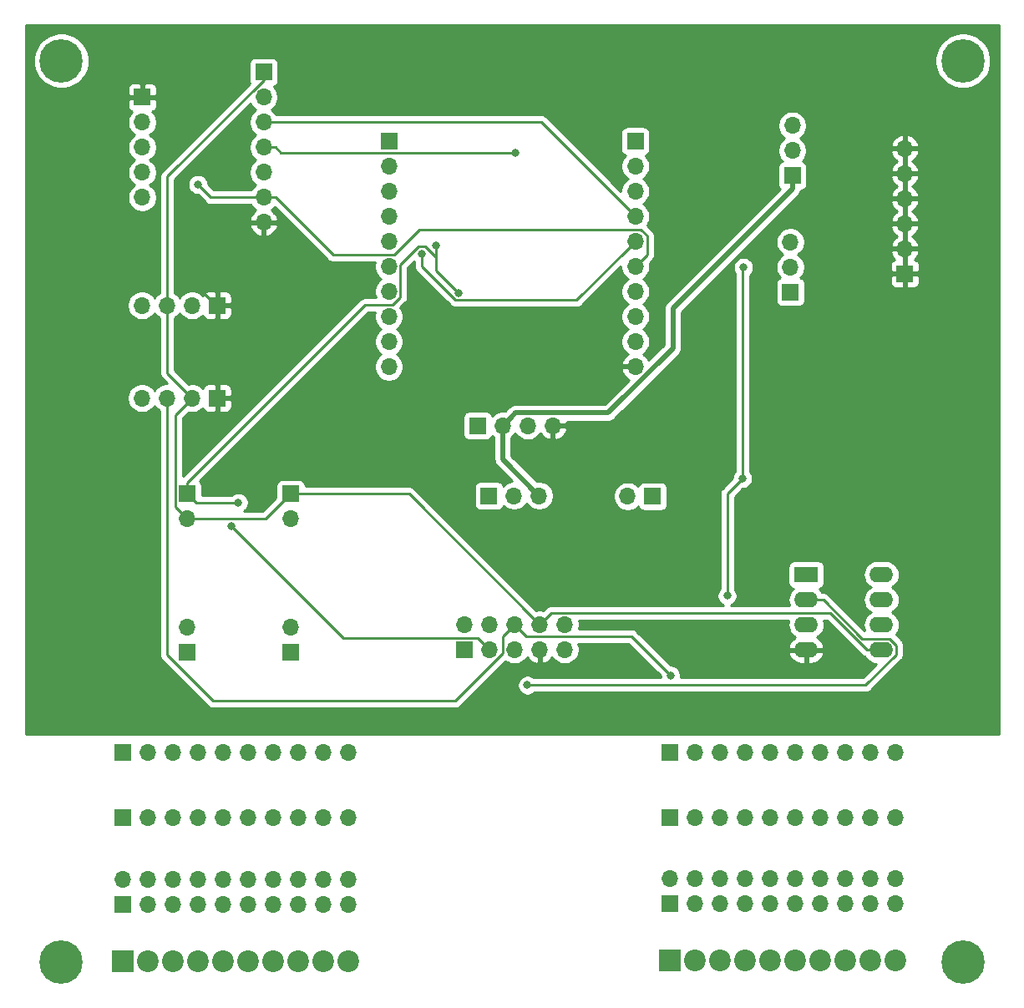
<source format=gbr>
G04 #@! TF.GenerationSoftware,KiCad,Pcbnew,(5.1.5-0-10_14)*
G04 #@! TF.CreationDate,2020-01-27T09:04:13+02:00*
G04 #@! TF.ProjectId,Focaccia-Board_v.0.1,466f6361-6363-4696-912d-426f6172645f,rev?*
G04 #@! TF.SameCoordinates,Original*
G04 #@! TF.FileFunction,Copper,L2,Bot*
G04 #@! TF.FilePolarity,Positive*
%FSLAX46Y46*%
G04 Gerber Fmt 4.6, Leading zero omitted, Abs format (unit mm)*
G04 Created by KiCad (PCBNEW (5.1.5-0-10_14)) date 2020-01-27 09:04:13*
%MOMM*%
%LPD*%
G04 APERTURE LIST*
%ADD10O,2.400000X1.600000*%
%ADD11R,2.400000X1.600000*%
%ADD12C,2.200000*%
%ADD13R,2.200000X2.200000*%
%ADD14R,1.700000X1.700000*%
%ADD15O,1.700000X1.700000*%
%ADD16C,4.400000*%
%ADD17C,0.700000*%
%ADD18C,0.800000*%
%ADD19C,0.250000*%
%ADD20C,0.500000*%
%ADD21C,0.254000*%
G04 APERTURE END LIST*
D10*
X178420000Y-70600000D03*
X170800000Y-78220000D03*
X178420000Y-73140000D03*
X170800000Y-75680000D03*
X178420000Y-75680000D03*
X170800000Y-73140000D03*
X178420000Y-78220000D03*
D11*
X170800000Y-70600000D03*
D12*
X124360000Y-109800000D03*
X121820000Y-109800000D03*
X119280000Y-109800000D03*
X116740000Y-109800000D03*
X114200000Y-109800000D03*
X111660000Y-109800000D03*
X109120000Y-109800000D03*
X106580000Y-109800000D03*
X104040000Y-109800000D03*
D13*
X101500000Y-109800000D03*
D12*
X179860000Y-109750000D03*
X177320000Y-109750000D03*
X174780000Y-109750000D03*
X172240000Y-109750000D03*
X169700000Y-109750000D03*
X167160000Y-109750000D03*
X164620000Y-109750000D03*
X162080000Y-109750000D03*
X159540000Y-109750000D03*
D13*
X157000000Y-109750000D03*
D14*
X157000000Y-95200000D03*
D15*
X159540000Y-95200000D03*
X162080000Y-95200000D03*
X164620000Y-95200000D03*
X167160000Y-95200000D03*
X169700000Y-95200000D03*
X172240000Y-95200000D03*
X174780000Y-95200000D03*
X177320000Y-95200000D03*
X179860000Y-95200000D03*
D14*
X157000000Y-103950000D03*
D15*
X157000000Y-101410000D03*
X159540000Y-103950000D03*
X159540000Y-101410000D03*
X162080000Y-103950000D03*
X162080000Y-101410000D03*
X164620000Y-103950000D03*
X164620000Y-101410000D03*
X167160000Y-103950000D03*
X167160000Y-101410000D03*
X169700000Y-103950000D03*
X169700000Y-101410000D03*
X172240000Y-103950000D03*
X172240000Y-101410000D03*
X174780000Y-103950000D03*
X174780000Y-101410000D03*
X177320000Y-103950000D03*
X177320000Y-101410000D03*
X179860000Y-103950000D03*
X179860000Y-101410000D03*
D14*
X157000000Y-88600000D03*
D15*
X159540000Y-88600000D03*
X162080000Y-88600000D03*
X164620000Y-88600000D03*
X167160000Y-88600000D03*
X169700000Y-88600000D03*
X172240000Y-88600000D03*
X174780000Y-88600000D03*
X177320000Y-88600000D03*
X179860000Y-88600000D03*
X124360000Y-101460000D03*
X124360000Y-104000000D03*
X121820000Y-101460000D03*
X121820000Y-104000000D03*
X119280000Y-101460000D03*
X119280000Y-104000000D03*
X116740000Y-101460000D03*
X116740000Y-104000000D03*
X114200000Y-101460000D03*
X114200000Y-104000000D03*
X111660000Y-101460000D03*
X111660000Y-104000000D03*
X109120000Y-101460000D03*
X109120000Y-104000000D03*
X106580000Y-101460000D03*
X106580000Y-104000000D03*
X104040000Y-101460000D03*
X104040000Y-104000000D03*
X101500000Y-101460000D03*
D14*
X101500000Y-104000000D03*
D15*
X124360000Y-88650000D03*
X121820000Y-88650000D03*
X119280000Y-88650000D03*
X116740000Y-88650000D03*
X114200000Y-88650000D03*
X111660000Y-88650000D03*
X109120000Y-88650000D03*
X106580000Y-88650000D03*
X104040000Y-88650000D03*
D14*
X101500000Y-88650000D03*
D15*
X124360000Y-95250000D03*
X121820000Y-95250000D03*
X119280000Y-95250000D03*
X116740000Y-95250000D03*
X114200000Y-95250000D03*
X111660000Y-95250000D03*
X109120000Y-95250000D03*
X106580000Y-95250000D03*
X104040000Y-95250000D03*
D14*
X101500000Y-95250000D03*
D16*
X186700000Y-109900000D03*
D17*
X188350000Y-109900000D03*
X187866726Y-111066726D03*
X186700000Y-111550000D03*
X185533274Y-111066726D03*
X185050000Y-109900000D03*
X185533274Y-108733274D03*
X186700000Y-108250000D03*
X187866726Y-108733274D03*
D16*
X95300000Y-109900000D03*
D17*
X96950000Y-109900000D03*
X96466726Y-111066726D03*
X95300000Y-111550000D03*
X94133274Y-111066726D03*
X93650000Y-109900000D03*
X94133274Y-108733274D03*
X95300000Y-108250000D03*
X96466726Y-108733274D03*
D16*
X95300000Y-18500000D03*
D17*
X96950000Y-18500000D03*
X96466726Y-19666726D03*
X95300000Y-20150000D03*
X94133274Y-19666726D03*
X93650000Y-18500000D03*
X94133274Y-17333274D03*
X95300000Y-16850000D03*
X96466726Y-17333274D03*
X187866726Y-17333274D03*
X186700000Y-16850000D03*
X185533274Y-17333274D03*
X185050000Y-18500000D03*
X185533274Y-19666726D03*
X186700000Y-20150000D03*
X187866726Y-19666726D03*
X188350000Y-18500000D03*
D16*
X186700000Y-18500000D03*
D15*
X143730000Y-62600000D03*
X141190000Y-62600000D03*
D14*
X138650000Y-62600000D03*
D15*
X103480000Y-43300000D03*
X106020000Y-43300000D03*
X108560000Y-43300000D03*
D14*
X111100000Y-43300000D03*
D15*
X103500000Y-32360000D03*
X103500000Y-29820000D03*
X103500000Y-27280000D03*
X103500000Y-24740000D03*
D14*
X103500000Y-22200000D03*
X111100000Y-52700000D03*
D15*
X108560000Y-52700000D03*
X106020000Y-52700000D03*
X103480000Y-52700000D03*
X115800000Y-34890000D03*
X115800000Y-32350000D03*
X115800000Y-29810000D03*
X115800000Y-27270000D03*
X115800000Y-24730000D03*
X115800000Y-22190000D03*
D14*
X115800000Y-19650000D03*
D15*
X108050000Y-64940000D03*
D14*
X108050000Y-62400000D03*
X118550000Y-62400000D03*
D15*
X118550000Y-64940000D03*
X118550000Y-75960000D03*
D14*
X118550000Y-78500000D03*
X108050000Y-78500000D03*
D15*
X108050000Y-75960000D03*
D14*
X128500000Y-26650000D03*
D15*
X128500000Y-29190000D03*
X128500000Y-31730000D03*
X128500000Y-34270000D03*
X128500000Y-36810000D03*
X128500000Y-39350000D03*
X128500000Y-41890000D03*
X128500000Y-44430000D03*
X128500000Y-46970000D03*
X128500000Y-49510000D03*
X153500000Y-49510000D03*
X153500000Y-46970000D03*
X153500000Y-44430000D03*
X153500000Y-41890000D03*
X153500000Y-39350000D03*
X153500000Y-36810000D03*
X153500000Y-34270000D03*
X153500000Y-31730000D03*
X153500000Y-29190000D03*
D14*
X153500000Y-26650000D03*
X137500000Y-55500000D03*
D15*
X140040000Y-55500000D03*
X142580000Y-55500000D03*
X145120000Y-55500000D03*
D14*
X180800000Y-40100000D03*
D15*
X180800000Y-37560000D03*
X180800000Y-35020000D03*
X180800000Y-32480000D03*
X180800000Y-29940000D03*
X180800000Y-27400000D03*
X169200000Y-36870000D03*
X169200000Y-39410000D03*
D14*
X169200000Y-41950000D03*
X169400000Y-30150000D03*
D15*
X169400000Y-27610000D03*
X169400000Y-25070000D03*
D14*
X136160000Y-78190000D03*
D15*
X136160000Y-75650000D03*
X138700000Y-78190000D03*
X138700000Y-75650000D03*
X141240000Y-78190000D03*
X141240000Y-75650000D03*
X143780000Y-78190000D03*
X143780000Y-75650000D03*
X146320000Y-78190000D03*
X146320000Y-75650000D03*
D14*
X155250000Y-62650000D03*
D15*
X152710000Y-62650000D03*
D18*
X102630000Y-37050000D03*
X104800000Y-37050000D03*
X107800000Y-40100000D03*
X109150000Y-31050000D03*
X131850000Y-38050000D03*
X157050000Y-80800000D03*
X141300000Y-27800000D03*
X135600000Y-42050000D03*
X112500000Y-65665000D03*
X113250000Y-63300000D03*
X142550000Y-81800000D03*
X133300000Y-37200000D03*
X164350000Y-60850000D03*
X164450000Y-39450000D03*
X162798959Y-72751041D03*
D19*
X102630000Y-37050000D02*
X104800000Y-37050000D01*
X111000000Y-43300000D02*
X111100000Y-43300000D01*
X107800000Y-40100000D02*
X111000000Y-43300000D01*
D20*
X140889999Y-54650001D02*
X140040000Y-55500000D01*
X141340001Y-54199999D02*
X140889999Y-54650001D01*
X150734003Y-54199999D02*
X141340001Y-54199999D01*
X169400000Y-31500000D02*
X157300000Y-43600000D01*
X157300000Y-47634002D02*
X150734003Y-54199999D01*
X157300000Y-43600000D02*
X157300000Y-47634002D01*
X169400000Y-30150000D02*
X169400000Y-31500000D01*
X140040000Y-58910000D02*
X143730000Y-62600000D01*
X140040000Y-55500000D02*
X140040000Y-58910000D01*
D19*
X110450000Y-32350000D02*
X115800000Y-32350000D01*
X109150000Y-31050000D02*
X110450000Y-32350000D01*
X154349999Y-38500001D02*
X153500000Y-39350000D01*
X115800000Y-32350000D02*
X117002081Y-32350000D01*
X131604001Y-35634999D02*
X154064001Y-35634999D01*
X154675001Y-36245999D02*
X154675001Y-38174999D01*
X154064001Y-35634999D02*
X154675001Y-36245999D01*
X129064001Y-38174999D02*
X131604001Y-35634999D01*
X122827080Y-38174999D02*
X129064001Y-38174999D01*
X117002081Y-32350000D02*
X122827080Y-38174999D01*
X154675001Y-38174999D02*
X154349999Y-38500001D01*
X131850000Y-39373002D02*
X135251999Y-42775001D01*
X152650001Y-37659999D02*
X153500000Y-36810000D01*
X131850000Y-38050000D02*
X131850000Y-39373002D01*
X147534999Y-42775001D02*
X152650001Y-37659999D01*
X135251999Y-42775001D02*
X147534999Y-42775001D01*
X106020000Y-42097919D02*
X106020000Y-43300000D01*
X106020000Y-30230998D02*
X106020000Y-42097919D01*
X115800000Y-20450998D02*
X106020000Y-30230998D01*
X115800000Y-19650000D02*
X115800000Y-20450998D01*
X106020000Y-50160000D02*
X108560000Y-52700000D01*
X106020000Y-43300000D02*
X106020000Y-50160000D01*
X106874999Y-63764999D02*
X107200001Y-64090001D01*
X107200001Y-64090001D02*
X108050000Y-64940000D01*
X106874999Y-54385001D02*
X106874999Y-63764999D01*
X108560000Y-52700000D02*
X106874999Y-54385001D01*
X116010000Y-64940000D02*
X118550000Y-62400000D01*
X108050000Y-64940000D02*
X116010000Y-64940000D01*
X130530000Y-62400000D02*
X143780000Y-75650000D01*
X118550000Y-62400000D02*
X130530000Y-62400000D01*
X176970000Y-78220000D02*
X178420000Y-78220000D01*
X173224999Y-74474999D02*
X176970000Y-78220000D01*
X144955001Y-74474999D02*
X173224999Y-74474999D01*
X143780000Y-75650000D02*
X144955001Y-74474999D01*
X106020000Y-78755002D02*
X110664998Y-83400000D01*
X106020000Y-52700000D02*
X106020000Y-78755002D01*
X140390001Y-76499999D02*
X141240000Y-75650000D01*
X140064999Y-78564003D02*
X140064999Y-76825001D01*
X135229002Y-83400000D02*
X140064999Y-78564003D01*
X140064999Y-76825001D02*
X140390001Y-76499999D01*
X110664998Y-83400000D02*
X135229002Y-83400000D01*
X142089999Y-76499999D02*
X141240000Y-75650000D01*
X142415001Y-76825001D02*
X142089999Y-76499999D01*
X153075001Y-76825001D02*
X142415001Y-76825001D01*
X157050000Y-80800000D02*
X153075001Y-76825001D01*
X117557082Y-27825001D02*
X141274999Y-27825001D01*
X117002081Y-27270000D02*
X117557082Y-27825001D01*
X141274999Y-27825001D02*
X141300000Y-27800000D01*
X115800000Y-27270000D02*
X117002081Y-27270000D01*
X133300000Y-39750000D02*
X135600000Y-42050000D01*
X123849999Y-77014999D02*
X112500000Y-65665000D01*
X137524999Y-77014999D02*
X123849999Y-77014999D01*
X138700000Y-78190000D02*
X137524999Y-77014999D01*
X108950000Y-63300000D02*
X108050000Y-62400000D01*
X113250000Y-63300000D02*
X108950000Y-63300000D01*
X172250000Y-73140000D02*
X170800000Y-73140000D01*
X172526410Y-73140000D02*
X172250000Y-73140000D01*
X179945010Y-77754006D02*
X179285994Y-77094990D01*
X179945010Y-78685994D02*
X179945010Y-77754006D01*
X176481400Y-77094990D02*
X172526410Y-73140000D01*
X176831004Y-81800000D02*
X179945010Y-78685994D01*
X179285994Y-77094990D02*
X176481400Y-77094990D01*
X142550000Y-81800000D02*
X176831004Y-81800000D01*
X133300000Y-39750000D02*
X133300000Y-38426998D01*
X131501999Y-37324999D02*
X129675001Y-39151997D01*
X128874003Y-43254999D02*
X126095001Y-43254999D01*
X133300000Y-37200000D02*
X133300000Y-39750000D01*
X132198001Y-37324999D02*
X131501999Y-37324999D01*
X129675001Y-39151997D02*
X129675001Y-42454001D01*
X129675001Y-42454001D02*
X128874003Y-43254999D01*
X108050000Y-61300000D02*
X108050000Y-62400000D01*
X133300000Y-38426998D02*
X132198001Y-37324999D01*
X126095001Y-43254999D02*
X108050000Y-61300000D01*
X143960000Y-24730000D02*
X153500000Y-34270000D01*
X115800000Y-24730000D02*
X143960000Y-24730000D01*
X164350000Y-39550000D02*
X164450000Y-39450000D01*
X164350000Y-60850000D02*
X164350000Y-39550000D01*
X162798959Y-62401041D02*
X164350000Y-60850000D01*
X162798959Y-72751041D02*
X162798959Y-62401041D01*
D21*
G36*
X190315001Y-86773000D02*
G01*
X91685000Y-86773000D01*
X91685000Y-43153740D01*
X101995000Y-43153740D01*
X101995000Y-43446260D01*
X102052068Y-43733158D01*
X102164010Y-44003411D01*
X102326525Y-44246632D01*
X102533368Y-44453475D01*
X102776589Y-44615990D01*
X103046842Y-44727932D01*
X103333740Y-44785000D01*
X103626260Y-44785000D01*
X103913158Y-44727932D01*
X104183411Y-44615990D01*
X104426632Y-44453475D01*
X104633475Y-44246632D01*
X104750000Y-44072240D01*
X104866525Y-44246632D01*
X105073368Y-44453475D01*
X105260000Y-44578179D01*
X105260001Y-50122668D01*
X105256324Y-50160000D01*
X105270998Y-50308985D01*
X105314454Y-50452246D01*
X105385026Y-50584276D01*
X105450024Y-50663475D01*
X105480000Y-50700001D01*
X105508998Y-50723799D01*
X106000199Y-51215000D01*
X105873740Y-51215000D01*
X105586842Y-51272068D01*
X105316589Y-51384010D01*
X105073368Y-51546525D01*
X104866525Y-51753368D01*
X104750000Y-51927760D01*
X104633475Y-51753368D01*
X104426632Y-51546525D01*
X104183411Y-51384010D01*
X103913158Y-51272068D01*
X103626260Y-51215000D01*
X103333740Y-51215000D01*
X103046842Y-51272068D01*
X102776589Y-51384010D01*
X102533368Y-51546525D01*
X102326525Y-51753368D01*
X102164010Y-51996589D01*
X102052068Y-52266842D01*
X101995000Y-52553740D01*
X101995000Y-52846260D01*
X102052068Y-53133158D01*
X102164010Y-53403411D01*
X102326525Y-53646632D01*
X102533368Y-53853475D01*
X102776589Y-54015990D01*
X103046842Y-54127932D01*
X103333740Y-54185000D01*
X103626260Y-54185000D01*
X103913158Y-54127932D01*
X104183411Y-54015990D01*
X104426632Y-53853475D01*
X104633475Y-53646632D01*
X104750000Y-53472240D01*
X104866525Y-53646632D01*
X105073368Y-53853475D01*
X105260000Y-53978178D01*
X105260001Y-78717669D01*
X105256324Y-78755002D01*
X105260001Y-78792335D01*
X105270998Y-78903988D01*
X105281619Y-78939002D01*
X105314454Y-79047248D01*
X105385026Y-79179278D01*
X105456201Y-79266004D01*
X105480000Y-79295003D01*
X105508998Y-79318801D01*
X110101199Y-83911003D01*
X110124997Y-83940001D01*
X110240722Y-84034974D01*
X110372751Y-84105546D01*
X110516012Y-84149003D01*
X110627665Y-84160000D01*
X110627674Y-84160000D01*
X110664997Y-84163676D01*
X110702320Y-84160000D01*
X135191680Y-84160000D01*
X135229002Y-84163676D01*
X135266324Y-84160000D01*
X135266335Y-84160000D01*
X135377988Y-84149003D01*
X135521249Y-84105546D01*
X135653278Y-84034974D01*
X135769003Y-83940001D01*
X135792806Y-83910997D01*
X140333508Y-79370296D01*
X140536589Y-79505990D01*
X140806842Y-79617932D01*
X141093740Y-79675000D01*
X141386260Y-79675000D01*
X141673158Y-79617932D01*
X141943411Y-79505990D01*
X142186632Y-79343475D01*
X142393475Y-79136632D01*
X142515195Y-78954466D01*
X142584822Y-79071355D01*
X142779731Y-79287588D01*
X143013080Y-79461641D01*
X143275901Y-79586825D01*
X143423110Y-79631476D01*
X143653000Y-79510155D01*
X143653000Y-78317000D01*
X143633000Y-78317000D01*
X143633000Y-78063000D01*
X143653000Y-78063000D01*
X143653000Y-78043000D01*
X143907000Y-78043000D01*
X143907000Y-78063000D01*
X143927000Y-78063000D01*
X143927000Y-78317000D01*
X143907000Y-78317000D01*
X143907000Y-79510155D01*
X144136890Y-79631476D01*
X144284099Y-79586825D01*
X144546920Y-79461641D01*
X144780269Y-79287588D01*
X144975178Y-79071355D01*
X145044805Y-78954466D01*
X145166525Y-79136632D01*
X145373368Y-79343475D01*
X145616589Y-79505990D01*
X145886842Y-79617932D01*
X146173740Y-79675000D01*
X146466260Y-79675000D01*
X146753158Y-79617932D01*
X147023411Y-79505990D01*
X147266632Y-79343475D01*
X147473475Y-79136632D01*
X147635990Y-78893411D01*
X147747932Y-78623158D01*
X147805000Y-78336260D01*
X147805000Y-78043740D01*
X147747932Y-77756842D01*
X147676753Y-77585001D01*
X152760200Y-77585001D01*
X156015000Y-80839803D01*
X156015000Y-80901939D01*
X156042462Y-81040000D01*
X143253711Y-81040000D01*
X143209774Y-80996063D01*
X143040256Y-80882795D01*
X142851898Y-80804774D01*
X142651939Y-80765000D01*
X142448061Y-80765000D01*
X142248102Y-80804774D01*
X142059744Y-80882795D01*
X141890226Y-80996063D01*
X141746063Y-81140226D01*
X141632795Y-81309744D01*
X141554774Y-81498102D01*
X141515000Y-81698061D01*
X141515000Y-81901939D01*
X141554774Y-82101898D01*
X141632795Y-82290256D01*
X141746063Y-82459774D01*
X141890226Y-82603937D01*
X142059744Y-82717205D01*
X142248102Y-82795226D01*
X142448061Y-82835000D01*
X142651939Y-82835000D01*
X142851898Y-82795226D01*
X143040256Y-82717205D01*
X143209774Y-82603937D01*
X143253711Y-82560000D01*
X176793682Y-82560000D01*
X176831004Y-82563676D01*
X176868326Y-82560000D01*
X176868337Y-82560000D01*
X176979990Y-82549003D01*
X177123251Y-82505546D01*
X177255280Y-82434974D01*
X177371005Y-82340001D01*
X177394808Y-82310997D01*
X180456014Y-79249792D01*
X180485011Y-79225995D01*
X180579984Y-79110270D01*
X180650556Y-78978241D01*
X180694013Y-78834980D01*
X180705010Y-78723327D01*
X180705010Y-78723326D01*
X180708687Y-78685994D01*
X180705010Y-78648661D01*
X180705010Y-77791328D01*
X180708686Y-77754005D01*
X180705010Y-77716682D01*
X180705010Y-77716673D01*
X180694013Y-77605020D01*
X180650556Y-77461759D01*
X180579984Y-77329730D01*
X180485011Y-77214005D01*
X180456012Y-77190206D01*
X179896315Y-76630510D01*
X180018932Y-76481101D01*
X180152182Y-76231808D01*
X180234236Y-75961309D01*
X180261943Y-75680000D01*
X180234236Y-75398691D01*
X180152182Y-75128192D01*
X180018932Y-74878899D01*
X179839608Y-74660392D01*
X179621101Y-74481068D01*
X179488142Y-74410000D01*
X179621101Y-74338932D01*
X179839608Y-74159608D01*
X180018932Y-73941101D01*
X180152182Y-73691808D01*
X180234236Y-73421309D01*
X180261943Y-73140000D01*
X180234236Y-72858691D01*
X180152182Y-72588192D01*
X180018932Y-72338899D01*
X179839608Y-72120392D01*
X179621101Y-71941068D01*
X179488142Y-71870000D01*
X179621101Y-71798932D01*
X179839608Y-71619608D01*
X180018932Y-71401101D01*
X180152182Y-71151808D01*
X180234236Y-70881309D01*
X180261943Y-70600000D01*
X180234236Y-70318691D01*
X180152182Y-70048192D01*
X180018932Y-69798899D01*
X179839608Y-69580392D01*
X179621101Y-69401068D01*
X179371808Y-69267818D01*
X179101309Y-69185764D01*
X178890492Y-69165000D01*
X177949508Y-69165000D01*
X177738691Y-69185764D01*
X177468192Y-69267818D01*
X177218899Y-69401068D01*
X177000392Y-69580392D01*
X176821068Y-69798899D01*
X176687818Y-70048192D01*
X176605764Y-70318691D01*
X176578057Y-70600000D01*
X176605764Y-70881309D01*
X176687818Y-71151808D01*
X176821068Y-71401101D01*
X177000392Y-71619608D01*
X177218899Y-71798932D01*
X177351858Y-71870000D01*
X177218899Y-71941068D01*
X177000392Y-72120392D01*
X176821068Y-72338899D01*
X176687818Y-72588192D01*
X176605764Y-72858691D01*
X176578057Y-73140000D01*
X176605764Y-73421309D01*
X176687818Y-73691808D01*
X176821068Y-73941101D01*
X177000392Y-74159608D01*
X177218899Y-74338932D01*
X177351858Y-74410000D01*
X177218899Y-74481068D01*
X177000392Y-74660392D01*
X176821068Y-74878899D01*
X176687818Y-75128192D01*
X176605764Y-75398691D01*
X176578057Y-75680000D01*
X176605764Y-75961309D01*
X176685553Y-76224340D01*
X173090214Y-72629003D01*
X173066411Y-72599999D01*
X172950686Y-72505026D01*
X172818657Y-72434454D01*
X172675396Y-72390997D01*
X172563743Y-72380000D01*
X172563732Y-72380000D01*
X172526410Y-72376324D01*
X172489088Y-72380000D01*
X172420901Y-72380000D01*
X172398932Y-72338899D01*
X172219608Y-72120392D01*
X172106518Y-72027581D01*
X172124482Y-72025812D01*
X172244180Y-71989502D01*
X172354494Y-71930537D01*
X172451185Y-71851185D01*
X172530537Y-71754494D01*
X172589502Y-71644180D01*
X172625812Y-71524482D01*
X172638072Y-71400000D01*
X172638072Y-69800000D01*
X172625812Y-69675518D01*
X172589502Y-69555820D01*
X172530537Y-69445506D01*
X172451185Y-69348815D01*
X172354494Y-69269463D01*
X172244180Y-69210498D01*
X172124482Y-69174188D01*
X172000000Y-69161928D01*
X169600000Y-69161928D01*
X169475518Y-69174188D01*
X169355820Y-69210498D01*
X169245506Y-69269463D01*
X169148815Y-69348815D01*
X169069463Y-69445506D01*
X169010498Y-69555820D01*
X168974188Y-69675518D01*
X168961928Y-69800000D01*
X168961928Y-71400000D01*
X168974188Y-71524482D01*
X169010498Y-71644180D01*
X169069463Y-71754494D01*
X169148815Y-71851185D01*
X169245506Y-71930537D01*
X169355820Y-71989502D01*
X169475518Y-72025812D01*
X169493482Y-72027581D01*
X169380392Y-72120392D01*
X169201068Y-72338899D01*
X169067818Y-72588192D01*
X168985764Y-72858691D01*
X168958057Y-73140000D01*
X168985764Y-73421309D01*
X169067818Y-73691808D01*
X169080214Y-73714999D01*
X163176344Y-73714999D01*
X163289215Y-73668246D01*
X163458733Y-73554978D01*
X163602896Y-73410815D01*
X163716164Y-73241297D01*
X163794185Y-73052939D01*
X163833959Y-72852980D01*
X163833959Y-72649102D01*
X163794185Y-72449143D01*
X163716164Y-72260785D01*
X163602896Y-72091267D01*
X163558959Y-72047330D01*
X163558959Y-62715842D01*
X164389802Y-61885000D01*
X164451939Y-61885000D01*
X164651898Y-61845226D01*
X164840256Y-61767205D01*
X165009774Y-61653937D01*
X165153937Y-61509774D01*
X165267205Y-61340256D01*
X165345226Y-61151898D01*
X165385000Y-60951939D01*
X165385000Y-60748061D01*
X165345226Y-60548102D01*
X165267205Y-60359744D01*
X165153937Y-60190226D01*
X165110000Y-60146289D01*
X165110000Y-41100000D01*
X167711928Y-41100000D01*
X167711928Y-42800000D01*
X167724188Y-42924482D01*
X167760498Y-43044180D01*
X167819463Y-43154494D01*
X167898815Y-43251185D01*
X167995506Y-43330537D01*
X168105820Y-43389502D01*
X168225518Y-43425812D01*
X168350000Y-43438072D01*
X170050000Y-43438072D01*
X170174482Y-43425812D01*
X170294180Y-43389502D01*
X170404494Y-43330537D01*
X170501185Y-43251185D01*
X170580537Y-43154494D01*
X170639502Y-43044180D01*
X170675812Y-42924482D01*
X170688072Y-42800000D01*
X170688072Y-41100000D01*
X170675812Y-40975518D01*
X170668072Y-40950000D01*
X179311928Y-40950000D01*
X179324188Y-41074482D01*
X179360498Y-41194180D01*
X179419463Y-41304494D01*
X179498815Y-41401185D01*
X179595506Y-41480537D01*
X179705820Y-41539502D01*
X179825518Y-41575812D01*
X179950000Y-41588072D01*
X180514250Y-41585000D01*
X180673000Y-41426250D01*
X180673000Y-40227000D01*
X180927000Y-40227000D01*
X180927000Y-41426250D01*
X181085750Y-41585000D01*
X181650000Y-41588072D01*
X181774482Y-41575812D01*
X181894180Y-41539502D01*
X182004494Y-41480537D01*
X182101185Y-41401185D01*
X182180537Y-41304494D01*
X182239502Y-41194180D01*
X182275812Y-41074482D01*
X182288072Y-40950000D01*
X182285000Y-40385750D01*
X182126250Y-40227000D01*
X180927000Y-40227000D01*
X180673000Y-40227000D01*
X179473750Y-40227000D01*
X179315000Y-40385750D01*
X179311928Y-40950000D01*
X170668072Y-40950000D01*
X170639502Y-40855820D01*
X170580537Y-40745506D01*
X170501185Y-40648815D01*
X170404494Y-40569463D01*
X170294180Y-40510498D01*
X170221620Y-40488487D01*
X170353475Y-40356632D01*
X170515990Y-40113411D01*
X170627932Y-39843158D01*
X170685000Y-39556260D01*
X170685000Y-39263740D01*
X170682267Y-39250000D01*
X179311928Y-39250000D01*
X179315000Y-39814250D01*
X179473750Y-39973000D01*
X180673000Y-39973000D01*
X180673000Y-37687000D01*
X180927000Y-37687000D01*
X180927000Y-39973000D01*
X182126250Y-39973000D01*
X182285000Y-39814250D01*
X182288072Y-39250000D01*
X182275812Y-39125518D01*
X182239502Y-39005820D01*
X182180537Y-38895506D01*
X182101185Y-38798815D01*
X182004494Y-38719463D01*
X181894180Y-38660498D01*
X181813534Y-38636034D01*
X181897588Y-38560269D01*
X182071641Y-38326920D01*
X182196825Y-38064099D01*
X182241476Y-37916890D01*
X182120155Y-37687000D01*
X180927000Y-37687000D01*
X180673000Y-37687000D01*
X179479845Y-37687000D01*
X179358524Y-37916890D01*
X179403175Y-38064099D01*
X179528359Y-38326920D01*
X179702412Y-38560269D01*
X179786466Y-38636034D01*
X179705820Y-38660498D01*
X179595506Y-38719463D01*
X179498815Y-38798815D01*
X179419463Y-38895506D01*
X179360498Y-39005820D01*
X179324188Y-39125518D01*
X179311928Y-39250000D01*
X170682267Y-39250000D01*
X170627932Y-38976842D01*
X170515990Y-38706589D01*
X170353475Y-38463368D01*
X170146632Y-38256525D01*
X169972240Y-38140000D01*
X170146632Y-38023475D01*
X170353475Y-37816632D01*
X170515990Y-37573411D01*
X170627932Y-37303158D01*
X170685000Y-37016260D01*
X170685000Y-36723740D01*
X170627932Y-36436842D01*
X170515990Y-36166589D01*
X170353475Y-35923368D01*
X170146632Y-35716525D01*
X169903411Y-35554010D01*
X169633158Y-35442068D01*
X169346260Y-35385000D01*
X169053740Y-35385000D01*
X168766842Y-35442068D01*
X168496589Y-35554010D01*
X168253368Y-35716525D01*
X168046525Y-35923368D01*
X167884010Y-36166589D01*
X167772068Y-36436842D01*
X167715000Y-36723740D01*
X167715000Y-37016260D01*
X167772068Y-37303158D01*
X167884010Y-37573411D01*
X168046525Y-37816632D01*
X168253368Y-38023475D01*
X168427760Y-38140000D01*
X168253368Y-38256525D01*
X168046525Y-38463368D01*
X167884010Y-38706589D01*
X167772068Y-38976842D01*
X167715000Y-39263740D01*
X167715000Y-39556260D01*
X167772068Y-39843158D01*
X167884010Y-40113411D01*
X168046525Y-40356632D01*
X168178380Y-40488487D01*
X168105820Y-40510498D01*
X167995506Y-40569463D01*
X167898815Y-40648815D01*
X167819463Y-40745506D01*
X167760498Y-40855820D01*
X167724188Y-40975518D01*
X167711928Y-41100000D01*
X165110000Y-41100000D01*
X165110000Y-40253711D01*
X165253937Y-40109774D01*
X165367205Y-39940256D01*
X165445226Y-39751898D01*
X165485000Y-39551939D01*
X165485000Y-39348061D01*
X165445226Y-39148102D01*
X165367205Y-38959744D01*
X165253937Y-38790226D01*
X165109774Y-38646063D01*
X164940256Y-38532795D01*
X164751898Y-38454774D01*
X164551939Y-38415000D01*
X164348061Y-38415000D01*
X164148102Y-38454774D01*
X163959744Y-38532795D01*
X163790226Y-38646063D01*
X163646063Y-38790226D01*
X163532795Y-38959744D01*
X163454774Y-39148102D01*
X163415000Y-39348061D01*
X163415000Y-39551939D01*
X163454774Y-39751898D01*
X163532795Y-39940256D01*
X163590001Y-40025871D01*
X163590000Y-60146289D01*
X163546063Y-60190226D01*
X163432795Y-60359744D01*
X163354774Y-60548102D01*
X163315000Y-60748061D01*
X163315000Y-60810198D01*
X162287957Y-61837242D01*
X162258959Y-61861040D01*
X162235161Y-61890038D01*
X162235160Y-61890039D01*
X162163985Y-61976765D01*
X162093413Y-62108795D01*
X162063139Y-62208599D01*
X162050273Y-62251015D01*
X162049957Y-62252056D01*
X162035283Y-62401041D01*
X162038960Y-62438373D01*
X162038959Y-72047330D01*
X161995022Y-72091267D01*
X161881754Y-72260785D01*
X161803733Y-72449143D01*
X161763959Y-72649102D01*
X161763959Y-72852980D01*
X161803733Y-73052939D01*
X161881754Y-73241297D01*
X161995022Y-73410815D01*
X162139185Y-73554978D01*
X162308703Y-73668246D01*
X162421574Y-73714999D01*
X144992323Y-73714999D01*
X144955000Y-73711323D01*
X144917677Y-73714999D01*
X144917668Y-73714999D01*
X144806015Y-73725996D01*
X144662754Y-73769453D01*
X144530725Y-73840025D01*
X144415000Y-73934998D01*
X144391202Y-73963996D01*
X144146408Y-74208790D01*
X143926260Y-74165000D01*
X143633740Y-74165000D01*
X143413592Y-74208790D01*
X131093804Y-61889003D01*
X131070001Y-61859999D01*
X130954276Y-61765026D01*
X130822247Y-61694454D01*
X130678986Y-61650997D01*
X130567333Y-61640000D01*
X130567322Y-61640000D01*
X130530000Y-61636324D01*
X130492678Y-61640000D01*
X120038072Y-61640000D01*
X120038072Y-61550000D01*
X120025812Y-61425518D01*
X119989502Y-61305820D01*
X119930537Y-61195506D01*
X119851185Y-61098815D01*
X119754494Y-61019463D01*
X119644180Y-60960498D01*
X119524482Y-60924188D01*
X119400000Y-60911928D01*
X117700000Y-60911928D01*
X117575518Y-60924188D01*
X117455820Y-60960498D01*
X117345506Y-61019463D01*
X117248815Y-61098815D01*
X117169463Y-61195506D01*
X117110498Y-61305820D01*
X117074188Y-61425518D01*
X117061928Y-61550000D01*
X117061928Y-62813270D01*
X115695199Y-64180000D01*
X113795937Y-64180000D01*
X113909774Y-64103937D01*
X114053937Y-63959774D01*
X114167205Y-63790256D01*
X114245226Y-63601898D01*
X114285000Y-63401939D01*
X114285000Y-63198061D01*
X114245226Y-62998102D01*
X114167205Y-62809744D01*
X114053937Y-62640226D01*
X113909774Y-62496063D01*
X113740256Y-62382795D01*
X113551898Y-62304774D01*
X113351939Y-62265000D01*
X113148061Y-62265000D01*
X112948102Y-62304774D01*
X112759744Y-62382795D01*
X112590226Y-62496063D01*
X112546289Y-62540000D01*
X109538072Y-62540000D01*
X109538072Y-61550000D01*
X109525812Y-61425518D01*
X109489502Y-61305820D01*
X109430537Y-61195506D01*
X109351185Y-61098815D01*
X109337345Y-61087456D01*
X126409803Y-44014999D01*
X127068456Y-44014999D01*
X127015000Y-44283740D01*
X127015000Y-44576260D01*
X127072068Y-44863158D01*
X127184010Y-45133411D01*
X127346525Y-45376632D01*
X127553368Y-45583475D01*
X127727760Y-45700000D01*
X127553368Y-45816525D01*
X127346525Y-46023368D01*
X127184010Y-46266589D01*
X127072068Y-46536842D01*
X127015000Y-46823740D01*
X127015000Y-47116260D01*
X127072068Y-47403158D01*
X127184010Y-47673411D01*
X127346525Y-47916632D01*
X127553368Y-48123475D01*
X127727760Y-48240000D01*
X127553368Y-48356525D01*
X127346525Y-48563368D01*
X127184010Y-48806589D01*
X127072068Y-49076842D01*
X127015000Y-49363740D01*
X127015000Y-49656260D01*
X127072068Y-49943158D01*
X127184010Y-50213411D01*
X127346525Y-50456632D01*
X127553368Y-50663475D01*
X127796589Y-50825990D01*
X128066842Y-50937932D01*
X128353740Y-50995000D01*
X128646260Y-50995000D01*
X128933158Y-50937932D01*
X129203411Y-50825990D01*
X129446632Y-50663475D01*
X129653475Y-50456632D01*
X129815990Y-50213411D01*
X129927932Y-49943158D01*
X129985000Y-49656260D01*
X129985000Y-49363740D01*
X129927932Y-49076842D01*
X129815990Y-48806589D01*
X129653475Y-48563368D01*
X129446632Y-48356525D01*
X129272240Y-48240000D01*
X129446632Y-48123475D01*
X129653475Y-47916632D01*
X129815990Y-47673411D01*
X129927932Y-47403158D01*
X129985000Y-47116260D01*
X129985000Y-46823740D01*
X129927932Y-46536842D01*
X129815990Y-46266589D01*
X129653475Y-46023368D01*
X129446632Y-45816525D01*
X129272240Y-45700000D01*
X129446632Y-45583475D01*
X129653475Y-45376632D01*
X129815990Y-45133411D01*
X129927932Y-44863158D01*
X129985000Y-44576260D01*
X129985000Y-44283740D01*
X129927932Y-43996842D01*
X129815990Y-43726589D01*
X129680296Y-43523508D01*
X130186003Y-43017800D01*
X130215002Y-42994002D01*
X130309975Y-42878277D01*
X130380547Y-42746248D01*
X130424004Y-42602987D01*
X130435001Y-42491334D01*
X130435001Y-42491323D01*
X130438677Y-42454002D01*
X130435001Y-42416679D01*
X130435001Y-39466798D01*
X131090001Y-38811799D01*
X131090001Y-39335670D01*
X131086324Y-39373002D01*
X131100998Y-39521987D01*
X131144454Y-39665248D01*
X131215026Y-39797278D01*
X131286201Y-39884004D01*
X131310000Y-39913003D01*
X131338998Y-39936801D01*
X134688200Y-43286004D01*
X134711998Y-43315002D01*
X134740996Y-43338800D01*
X134827722Y-43409975D01*
X134895606Y-43446260D01*
X134959752Y-43480547D01*
X135103013Y-43524004D01*
X135214666Y-43535001D01*
X135214675Y-43535001D01*
X135251998Y-43538677D01*
X135289321Y-43535001D01*
X147497677Y-43535001D01*
X147534999Y-43538677D01*
X147572321Y-43535001D01*
X147572332Y-43535001D01*
X147683985Y-43524004D01*
X147827246Y-43480547D01*
X147959275Y-43409975D01*
X148075000Y-43315002D01*
X148098803Y-43285998D01*
X152015000Y-39369802D01*
X152015000Y-39496260D01*
X152072068Y-39783158D01*
X152184010Y-40053411D01*
X152346525Y-40296632D01*
X152553368Y-40503475D01*
X152727760Y-40620000D01*
X152553368Y-40736525D01*
X152346525Y-40943368D01*
X152184010Y-41186589D01*
X152072068Y-41456842D01*
X152015000Y-41743740D01*
X152015000Y-42036260D01*
X152072068Y-42323158D01*
X152184010Y-42593411D01*
X152346525Y-42836632D01*
X152553368Y-43043475D01*
X152727760Y-43160000D01*
X152553368Y-43276525D01*
X152346525Y-43483368D01*
X152184010Y-43726589D01*
X152072068Y-43996842D01*
X152015000Y-44283740D01*
X152015000Y-44576260D01*
X152072068Y-44863158D01*
X152184010Y-45133411D01*
X152346525Y-45376632D01*
X152553368Y-45583475D01*
X152727760Y-45700000D01*
X152553368Y-45816525D01*
X152346525Y-46023368D01*
X152184010Y-46266589D01*
X152072068Y-46536842D01*
X152015000Y-46823740D01*
X152015000Y-47116260D01*
X152072068Y-47403158D01*
X152184010Y-47673411D01*
X152346525Y-47916632D01*
X152553368Y-48123475D01*
X152735534Y-48245195D01*
X152618645Y-48314822D01*
X152402412Y-48509731D01*
X152228359Y-48743080D01*
X152103175Y-49005901D01*
X152058524Y-49153110D01*
X152179845Y-49383000D01*
X153373000Y-49383000D01*
X153373000Y-49363000D01*
X153627000Y-49363000D01*
X153627000Y-49383000D01*
X153647000Y-49383000D01*
X153647000Y-49637000D01*
X153627000Y-49637000D01*
X153627000Y-49657000D01*
X153373000Y-49657000D01*
X153373000Y-49637000D01*
X152179845Y-49637000D01*
X152058524Y-49866890D01*
X152103175Y-50014099D01*
X152228359Y-50276920D01*
X152402412Y-50510269D01*
X152618645Y-50705178D01*
X152843378Y-50839045D01*
X150367425Y-53314999D01*
X141383470Y-53314999D01*
X141340001Y-53310718D01*
X141296532Y-53314999D01*
X141296524Y-53314999D01*
X141181307Y-53326347D01*
X141166510Y-53327804D01*
X141142878Y-53334973D01*
X140999688Y-53378410D01*
X140845942Y-53460588D01*
X140711184Y-53571182D01*
X140683469Y-53604953D01*
X140294958Y-53993464D01*
X140294952Y-53993469D01*
X140258960Y-54029461D01*
X140186260Y-54015000D01*
X139893740Y-54015000D01*
X139606842Y-54072068D01*
X139336589Y-54184010D01*
X139093368Y-54346525D01*
X138961513Y-54478380D01*
X138939502Y-54405820D01*
X138880537Y-54295506D01*
X138801185Y-54198815D01*
X138704494Y-54119463D01*
X138594180Y-54060498D01*
X138474482Y-54024188D01*
X138350000Y-54011928D01*
X136650000Y-54011928D01*
X136525518Y-54024188D01*
X136405820Y-54060498D01*
X136295506Y-54119463D01*
X136198815Y-54198815D01*
X136119463Y-54295506D01*
X136060498Y-54405820D01*
X136024188Y-54525518D01*
X136011928Y-54650000D01*
X136011928Y-56350000D01*
X136024188Y-56474482D01*
X136060498Y-56594180D01*
X136119463Y-56704494D01*
X136198815Y-56801185D01*
X136295506Y-56880537D01*
X136405820Y-56939502D01*
X136525518Y-56975812D01*
X136650000Y-56988072D01*
X138350000Y-56988072D01*
X138474482Y-56975812D01*
X138594180Y-56939502D01*
X138704494Y-56880537D01*
X138801185Y-56801185D01*
X138880537Y-56704494D01*
X138939502Y-56594180D01*
X138961513Y-56521620D01*
X139093368Y-56653475D01*
X139155000Y-56694656D01*
X139155001Y-58866521D01*
X139150719Y-58910000D01*
X139167805Y-59083490D01*
X139218412Y-59250313D01*
X139300590Y-59404059D01*
X139383468Y-59505046D01*
X139383471Y-59505049D01*
X139411184Y-59538817D01*
X139444951Y-59566530D01*
X141001770Y-61123348D01*
X140756842Y-61172068D01*
X140486589Y-61284010D01*
X140243368Y-61446525D01*
X140111513Y-61578380D01*
X140089502Y-61505820D01*
X140030537Y-61395506D01*
X139951185Y-61298815D01*
X139854494Y-61219463D01*
X139744180Y-61160498D01*
X139624482Y-61124188D01*
X139500000Y-61111928D01*
X137800000Y-61111928D01*
X137675518Y-61124188D01*
X137555820Y-61160498D01*
X137445506Y-61219463D01*
X137348815Y-61298815D01*
X137269463Y-61395506D01*
X137210498Y-61505820D01*
X137174188Y-61625518D01*
X137161928Y-61750000D01*
X137161928Y-63450000D01*
X137174188Y-63574482D01*
X137210498Y-63694180D01*
X137269463Y-63804494D01*
X137348815Y-63901185D01*
X137445506Y-63980537D01*
X137555820Y-64039502D01*
X137675518Y-64075812D01*
X137800000Y-64088072D01*
X139500000Y-64088072D01*
X139624482Y-64075812D01*
X139744180Y-64039502D01*
X139854494Y-63980537D01*
X139951185Y-63901185D01*
X140030537Y-63804494D01*
X140089502Y-63694180D01*
X140111513Y-63621620D01*
X140243368Y-63753475D01*
X140486589Y-63915990D01*
X140756842Y-64027932D01*
X141043740Y-64085000D01*
X141336260Y-64085000D01*
X141623158Y-64027932D01*
X141893411Y-63915990D01*
X142136632Y-63753475D01*
X142343475Y-63546632D01*
X142460000Y-63372240D01*
X142576525Y-63546632D01*
X142783368Y-63753475D01*
X143026589Y-63915990D01*
X143296842Y-64027932D01*
X143583740Y-64085000D01*
X143876260Y-64085000D01*
X144163158Y-64027932D01*
X144433411Y-63915990D01*
X144676632Y-63753475D01*
X144883475Y-63546632D01*
X145045990Y-63303411D01*
X145157932Y-63033158D01*
X145215000Y-62746260D01*
X145215000Y-62503740D01*
X151225000Y-62503740D01*
X151225000Y-62796260D01*
X151282068Y-63083158D01*
X151394010Y-63353411D01*
X151556525Y-63596632D01*
X151763368Y-63803475D01*
X152006589Y-63965990D01*
X152276842Y-64077932D01*
X152563740Y-64135000D01*
X152856260Y-64135000D01*
X153143158Y-64077932D01*
X153413411Y-63965990D01*
X153656632Y-63803475D01*
X153788487Y-63671620D01*
X153810498Y-63744180D01*
X153869463Y-63854494D01*
X153948815Y-63951185D01*
X154045506Y-64030537D01*
X154155820Y-64089502D01*
X154275518Y-64125812D01*
X154400000Y-64138072D01*
X156100000Y-64138072D01*
X156224482Y-64125812D01*
X156344180Y-64089502D01*
X156454494Y-64030537D01*
X156551185Y-63951185D01*
X156630537Y-63854494D01*
X156689502Y-63744180D01*
X156725812Y-63624482D01*
X156738072Y-63500000D01*
X156738072Y-61800000D01*
X156725812Y-61675518D01*
X156689502Y-61555820D01*
X156630537Y-61445506D01*
X156551185Y-61348815D01*
X156454494Y-61269463D01*
X156344180Y-61210498D01*
X156224482Y-61174188D01*
X156100000Y-61161928D01*
X154400000Y-61161928D01*
X154275518Y-61174188D01*
X154155820Y-61210498D01*
X154045506Y-61269463D01*
X153948815Y-61348815D01*
X153869463Y-61445506D01*
X153810498Y-61555820D01*
X153788487Y-61628380D01*
X153656632Y-61496525D01*
X153413411Y-61334010D01*
X153143158Y-61222068D01*
X152856260Y-61165000D01*
X152563740Y-61165000D01*
X152276842Y-61222068D01*
X152006589Y-61334010D01*
X151763368Y-61496525D01*
X151556525Y-61703368D01*
X151394010Y-61946589D01*
X151282068Y-62216842D01*
X151225000Y-62503740D01*
X145215000Y-62503740D01*
X145215000Y-62453740D01*
X145157932Y-62166842D01*
X145045990Y-61896589D01*
X144883475Y-61653368D01*
X144676632Y-61446525D01*
X144433411Y-61284010D01*
X144163158Y-61172068D01*
X143876260Y-61115000D01*
X143583740Y-61115000D01*
X143511040Y-61129461D01*
X140925000Y-58543422D01*
X140925000Y-56694656D01*
X140986632Y-56653475D01*
X141193475Y-56446632D01*
X141310000Y-56272240D01*
X141426525Y-56446632D01*
X141633368Y-56653475D01*
X141876589Y-56815990D01*
X142146842Y-56927932D01*
X142433740Y-56985000D01*
X142726260Y-56985000D01*
X143013158Y-56927932D01*
X143283411Y-56815990D01*
X143526632Y-56653475D01*
X143733475Y-56446632D01*
X143855195Y-56264466D01*
X143924822Y-56381355D01*
X144119731Y-56597588D01*
X144353080Y-56771641D01*
X144615901Y-56896825D01*
X144763110Y-56941476D01*
X144993000Y-56820155D01*
X144993000Y-55627000D01*
X145247000Y-55627000D01*
X145247000Y-56820155D01*
X145476890Y-56941476D01*
X145624099Y-56896825D01*
X145886920Y-56771641D01*
X146120269Y-56597588D01*
X146315178Y-56381355D01*
X146464157Y-56131252D01*
X146561481Y-55856891D01*
X146440814Y-55627000D01*
X145247000Y-55627000D01*
X144993000Y-55627000D01*
X144973000Y-55627000D01*
X144973000Y-55373000D01*
X144993000Y-55373000D01*
X144993000Y-55353000D01*
X145247000Y-55353000D01*
X145247000Y-55373000D01*
X146440814Y-55373000D01*
X146561481Y-55143109D01*
X146540868Y-55084999D01*
X150690534Y-55084999D01*
X150734003Y-55089280D01*
X150777472Y-55084999D01*
X150777480Y-55084999D01*
X150907493Y-55072194D01*
X151074316Y-55021588D01*
X151228062Y-54939410D01*
X151362820Y-54828816D01*
X151390537Y-54795043D01*
X157895049Y-48290532D01*
X157928817Y-48262819D01*
X158039411Y-48128061D01*
X158121589Y-47974315D01*
X158172195Y-47807492D01*
X158185000Y-47677479D01*
X158185000Y-47677469D01*
X158189281Y-47634003D01*
X158185000Y-47590536D01*
X158185000Y-43966578D01*
X166774688Y-35376890D01*
X179358524Y-35376890D01*
X179403175Y-35524099D01*
X179528359Y-35786920D01*
X179702412Y-36020269D01*
X179918645Y-36215178D01*
X180044255Y-36290000D01*
X179918645Y-36364822D01*
X179702412Y-36559731D01*
X179528359Y-36793080D01*
X179403175Y-37055901D01*
X179358524Y-37203110D01*
X179479845Y-37433000D01*
X180673000Y-37433000D01*
X180673000Y-35147000D01*
X180927000Y-35147000D01*
X180927000Y-37433000D01*
X182120155Y-37433000D01*
X182241476Y-37203110D01*
X182196825Y-37055901D01*
X182071641Y-36793080D01*
X181897588Y-36559731D01*
X181681355Y-36364822D01*
X181555745Y-36290000D01*
X181681355Y-36215178D01*
X181897588Y-36020269D01*
X182071641Y-35786920D01*
X182196825Y-35524099D01*
X182241476Y-35376890D01*
X182120155Y-35147000D01*
X180927000Y-35147000D01*
X180673000Y-35147000D01*
X179479845Y-35147000D01*
X179358524Y-35376890D01*
X166774688Y-35376890D01*
X169314688Y-32836890D01*
X179358524Y-32836890D01*
X179403175Y-32984099D01*
X179528359Y-33246920D01*
X179702412Y-33480269D01*
X179918645Y-33675178D01*
X180044255Y-33750000D01*
X179918645Y-33824822D01*
X179702412Y-34019731D01*
X179528359Y-34253080D01*
X179403175Y-34515901D01*
X179358524Y-34663110D01*
X179479845Y-34893000D01*
X180673000Y-34893000D01*
X180673000Y-32607000D01*
X180927000Y-32607000D01*
X180927000Y-34893000D01*
X182120155Y-34893000D01*
X182241476Y-34663110D01*
X182196825Y-34515901D01*
X182071641Y-34253080D01*
X181897588Y-34019731D01*
X181681355Y-33824822D01*
X181555745Y-33750000D01*
X181681355Y-33675178D01*
X181897588Y-33480269D01*
X182071641Y-33246920D01*
X182196825Y-32984099D01*
X182241476Y-32836890D01*
X182120155Y-32607000D01*
X180927000Y-32607000D01*
X180673000Y-32607000D01*
X179479845Y-32607000D01*
X179358524Y-32836890D01*
X169314688Y-32836890D01*
X169995049Y-32156530D01*
X170028817Y-32128817D01*
X170087138Y-32057754D01*
X170139410Y-31994060D01*
X170139411Y-31994059D01*
X170221589Y-31840313D01*
X170272195Y-31673490D01*
X170275935Y-31635518D01*
X170374482Y-31625812D01*
X170494180Y-31589502D01*
X170604494Y-31530537D01*
X170701185Y-31451185D01*
X170780537Y-31354494D01*
X170839502Y-31244180D01*
X170875812Y-31124482D01*
X170888072Y-31000000D01*
X170888072Y-30296890D01*
X179358524Y-30296890D01*
X179403175Y-30444099D01*
X179528359Y-30706920D01*
X179702412Y-30940269D01*
X179918645Y-31135178D01*
X180044255Y-31210000D01*
X179918645Y-31284822D01*
X179702412Y-31479731D01*
X179528359Y-31713080D01*
X179403175Y-31975901D01*
X179358524Y-32123110D01*
X179479845Y-32353000D01*
X180673000Y-32353000D01*
X180673000Y-30067000D01*
X180927000Y-30067000D01*
X180927000Y-32353000D01*
X182120155Y-32353000D01*
X182241476Y-32123110D01*
X182196825Y-31975901D01*
X182071641Y-31713080D01*
X181897588Y-31479731D01*
X181681355Y-31284822D01*
X181555745Y-31210000D01*
X181681355Y-31135178D01*
X181897588Y-30940269D01*
X182071641Y-30706920D01*
X182196825Y-30444099D01*
X182241476Y-30296890D01*
X182120155Y-30067000D01*
X180927000Y-30067000D01*
X180673000Y-30067000D01*
X179479845Y-30067000D01*
X179358524Y-30296890D01*
X170888072Y-30296890D01*
X170888072Y-29300000D01*
X170875812Y-29175518D01*
X170839502Y-29055820D01*
X170780537Y-28945506D01*
X170701185Y-28848815D01*
X170604494Y-28769463D01*
X170494180Y-28710498D01*
X170421620Y-28688487D01*
X170553475Y-28556632D01*
X170715990Y-28313411D01*
X170827932Y-28043158D01*
X170884874Y-27756890D01*
X179358524Y-27756890D01*
X179403175Y-27904099D01*
X179528359Y-28166920D01*
X179702412Y-28400269D01*
X179918645Y-28595178D01*
X180044255Y-28670000D01*
X179918645Y-28744822D01*
X179702412Y-28939731D01*
X179528359Y-29173080D01*
X179403175Y-29435901D01*
X179358524Y-29583110D01*
X179479845Y-29813000D01*
X180673000Y-29813000D01*
X180673000Y-27527000D01*
X180927000Y-27527000D01*
X180927000Y-29813000D01*
X182120155Y-29813000D01*
X182241476Y-29583110D01*
X182196825Y-29435901D01*
X182071641Y-29173080D01*
X181897588Y-28939731D01*
X181681355Y-28744822D01*
X181555745Y-28670000D01*
X181681355Y-28595178D01*
X181897588Y-28400269D01*
X182071641Y-28166920D01*
X182196825Y-27904099D01*
X182241476Y-27756890D01*
X182120155Y-27527000D01*
X180927000Y-27527000D01*
X180673000Y-27527000D01*
X179479845Y-27527000D01*
X179358524Y-27756890D01*
X170884874Y-27756890D01*
X170885000Y-27756260D01*
X170885000Y-27463740D01*
X170827932Y-27176842D01*
X170772539Y-27043110D01*
X179358524Y-27043110D01*
X179479845Y-27273000D01*
X180673000Y-27273000D01*
X180673000Y-26079186D01*
X180927000Y-26079186D01*
X180927000Y-27273000D01*
X182120155Y-27273000D01*
X182241476Y-27043110D01*
X182196825Y-26895901D01*
X182071641Y-26633080D01*
X181897588Y-26399731D01*
X181681355Y-26204822D01*
X181431252Y-26055843D01*
X181156891Y-25958519D01*
X180927000Y-26079186D01*
X180673000Y-26079186D01*
X180443109Y-25958519D01*
X180168748Y-26055843D01*
X179918645Y-26204822D01*
X179702412Y-26399731D01*
X179528359Y-26633080D01*
X179403175Y-26895901D01*
X179358524Y-27043110D01*
X170772539Y-27043110D01*
X170715990Y-26906589D01*
X170553475Y-26663368D01*
X170346632Y-26456525D01*
X170172240Y-26340000D01*
X170346632Y-26223475D01*
X170553475Y-26016632D01*
X170715990Y-25773411D01*
X170827932Y-25503158D01*
X170885000Y-25216260D01*
X170885000Y-24923740D01*
X170827932Y-24636842D01*
X170715990Y-24366589D01*
X170553475Y-24123368D01*
X170346632Y-23916525D01*
X170103411Y-23754010D01*
X169833158Y-23642068D01*
X169546260Y-23585000D01*
X169253740Y-23585000D01*
X168966842Y-23642068D01*
X168696589Y-23754010D01*
X168453368Y-23916525D01*
X168246525Y-24123368D01*
X168084010Y-24366589D01*
X167972068Y-24636842D01*
X167915000Y-24923740D01*
X167915000Y-25216260D01*
X167972068Y-25503158D01*
X168084010Y-25773411D01*
X168246525Y-26016632D01*
X168453368Y-26223475D01*
X168627760Y-26340000D01*
X168453368Y-26456525D01*
X168246525Y-26663368D01*
X168084010Y-26906589D01*
X167972068Y-27176842D01*
X167915000Y-27463740D01*
X167915000Y-27756260D01*
X167972068Y-28043158D01*
X168084010Y-28313411D01*
X168246525Y-28556632D01*
X168378380Y-28688487D01*
X168305820Y-28710498D01*
X168195506Y-28769463D01*
X168098815Y-28848815D01*
X168019463Y-28945506D01*
X167960498Y-29055820D01*
X167924188Y-29175518D01*
X167911928Y-29300000D01*
X167911928Y-31000000D01*
X167924188Y-31124482D01*
X167960498Y-31244180D01*
X168019463Y-31354494D01*
X168098815Y-31451185D01*
X168152872Y-31495549D01*
X156704956Y-42943466D01*
X156671183Y-42971183D01*
X156560589Y-43105942D01*
X156478411Y-43259688D01*
X156454412Y-43338800D01*
X156434639Y-43403984D01*
X156427805Y-43426511D01*
X156415000Y-43556524D01*
X156415000Y-43556531D01*
X156410719Y-43600000D01*
X156415000Y-43643469D01*
X156415001Y-47267422D01*
X154825748Y-48856676D01*
X154771641Y-48743080D01*
X154597588Y-48509731D01*
X154381355Y-48314822D01*
X154264466Y-48245195D01*
X154446632Y-48123475D01*
X154653475Y-47916632D01*
X154815990Y-47673411D01*
X154927932Y-47403158D01*
X154985000Y-47116260D01*
X154985000Y-46823740D01*
X154927932Y-46536842D01*
X154815990Y-46266589D01*
X154653475Y-46023368D01*
X154446632Y-45816525D01*
X154272240Y-45700000D01*
X154446632Y-45583475D01*
X154653475Y-45376632D01*
X154815990Y-45133411D01*
X154927932Y-44863158D01*
X154985000Y-44576260D01*
X154985000Y-44283740D01*
X154927932Y-43996842D01*
X154815990Y-43726589D01*
X154653475Y-43483368D01*
X154446632Y-43276525D01*
X154272240Y-43160000D01*
X154446632Y-43043475D01*
X154653475Y-42836632D01*
X154815990Y-42593411D01*
X154927932Y-42323158D01*
X154985000Y-42036260D01*
X154985000Y-41743740D01*
X154927932Y-41456842D01*
X154815990Y-41186589D01*
X154653475Y-40943368D01*
X154446632Y-40736525D01*
X154272240Y-40620000D01*
X154446632Y-40503475D01*
X154653475Y-40296632D01*
X154815990Y-40053411D01*
X154927932Y-39783158D01*
X154985000Y-39496260D01*
X154985000Y-39203740D01*
X154941209Y-38983592D01*
X155185998Y-38738803D01*
X155215002Y-38715000D01*
X155309975Y-38599275D01*
X155380547Y-38467246D01*
X155424004Y-38323985D01*
X155435001Y-38212332D01*
X155435001Y-38212323D01*
X155438677Y-38175000D01*
X155435001Y-38137677D01*
X155435001Y-36283321D01*
X155438677Y-36245998D01*
X155435001Y-36208675D01*
X155435001Y-36208666D01*
X155424004Y-36097013D01*
X155380547Y-35953752D01*
X155309975Y-35821723D01*
X155279004Y-35783985D01*
X155238800Y-35734995D01*
X155238796Y-35734991D01*
X155215002Y-35705998D01*
X155186010Y-35682205D01*
X154680296Y-35176492D01*
X154815990Y-34973411D01*
X154927932Y-34703158D01*
X154985000Y-34416260D01*
X154985000Y-34123740D01*
X154927932Y-33836842D01*
X154815990Y-33566589D01*
X154653475Y-33323368D01*
X154446632Y-33116525D01*
X154272240Y-33000000D01*
X154446632Y-32883475D01*
X154653475Y-32676632D01*
X154815990Y-32433411D01*
X154927932Y-32163158D01*
X154985000Y-31876260D01*
X154985000Y-31583740D01*
X154927932Y-31296842D01*
X154815990Y-31026589D01*
X154653475Y-30783368D01*
X154446632Y-30576525D01*
X154272240Y-30460000D01*
X154446632Y-30343475D01*
X154653475Y-30136632D01*
X154815990Y-29893411D01*
X154927932Y-29623158D01*
X154985000Y-29336260D01*
X154985000Y-29043740D01*
X154927932Y-28756842D01*
X154815990Y-28486589D01*
X154653475Y-28243368D01*
X154521620Y-28111513D01*
X154594180Y-28089502D01*
X154704494Y-28030537D01*
X154801185Y-27951185D01*
X154880537Y-27854494D01*
X154939502Y-27744180D01*
X154975812Y-27624482D01*
X154988072Y-27500000D01*
X154988072Y-25800000D01*
X154975812Y-25675518D01*
X154939502Y-25555820D01*
X154880537Y-25445506D01*
X154801185Y-25348815D01*
X154704494Y-25269463D01*
X154594180Y-25210498D01*
X154474482Y-25174188D01*
X154350000Y-25161928D01*
X152650000Y-25161928D01*
X152525518Y-25174188D01*
X152405820Y-25210498D01*
X152295506Y-25269463D01*
X152198815Y-25348815D01*
X152119463Y-25445506D01*
X152060498Y-25555820D01*
X152024188Y-25675518D01*
X152011928Y-25800000D01*
X152011928Y-27500000D01*
X152024188Y-27624482D01*
X152060498Y-27744180D01*
X152119463Y-27854494D01*
X152198815Y-27951185D01*
X152295506Y-28030537D01*
X152405820Y-28089502D01*
X152478380Y-28111513D01*
X152346525Y-28243368D01*
X152184010Y-28486589D01*
X152072068Y-28756842D01*
X152015000Y-29043740D01*
X152015000Y-29336260D01*
X152072068Y-29623158D01*
X152184010Y-29893411D01*
X152346525Y-30136632D01*
X152553368Y-30343475D01*
X152727760Y-30460000D01*
X152553368Y-30576525D01*
X152346525Y-30783368D01*
X152184010Y-31026589D01*
X152072068Y-31296842D01*
X152015000Y-31583740D01*
X152015000Y-31710197D01*
X144523804Y-24219003D01*
X144500001Y-24189999D01*
X144384276Y-24095026D01*
X144252247Y-24024454D01*
X144108986Y-23980997D01*
X143997333Y-23970000D01*
X143997322Y-23970000D01*
X143960000Y-23966324D01*
X143922678Y-23970000D01*
X117078178Y-23970000D01*
X116953475Y-23783368D01*
X116746632Y-23576525D01*
X116572240Y-23460000D01*
X116746632Y-23343475D01*
X116953475Y-23136632D01*
X117115990Y-22893411D01*
X117227932Y-22623158D01*
X117285000Y-22336260D01*
X117285000Y-22043740D01*
X117227932Y-21756842D01*
X117115990Y-21486589D01*
X116953475Y-21243368D01*
X116821620Y-21111513D01*
X116894180Y-21089502D01*
X117004494Y-21030537D01*
X117101185Y-20951185D01*
X117180537Y-20854494D01*
X117239502Y-20744180D01*
X117275812Y-20624482D01*
X117288072Y-20500000D01*
X117288072Y-18800000D01*
X117275812Y-18675518D01*
X117239502Y-18555820D01*
X117180537Y-18445506D01*
X117101185Y-18348815D01*
X117004494Y-18269463D01*
X116913411Y-18220777D01*
X183865000Y-18220777D01*
X183865000Y-18779223D01*
X183973948Y-19326939D01*
X184187656Y-19842876D01*
X184497912Y-20307207D01*
X184892793Y-20702088D01*
X185357124Y-21012344D01*
X185873061Y-21226052D01*
X186420777Y-21335000D01*
X186979223Y-21335000D01*
X187526939Y-21226052D01*
X188042876Y-21012344D01*
X188507207Y-20702088D01*
X188902088Y-20307207D01*
X189212344Y-19842876D01*
X189426052Y-19326939D01*
X189535000Y-18779223D01*
X189535000Y-18220777D01*
X189426052Y-17673061D01*
X189212344Y-17157124D01*
X188902088Y-16692793D01*
X188507207Y-16297912D01*
X188042876Y-15987656D01*
X187526939Y-15773948D01*
X186979223Y-15665000D01*
X186420777Y-15665000D01*
X185873061Y-15773948D01*
X185357124Y-15987656D01*
X184892793Y-16297912D01*
X184497912Y-16692793D01*
X184187656Y-17157124D01*
X183973948Y-17673061D01*
X183865000Y-18220777D01*
X116913411Y-18220777D01*
X116894180Y-18210498D01*
X116774482Y-18174188D01*
X116650000Y-18161928D01*
X114950000Y-18161928D01*
X114825518Y-18174188D01*
X114705820Y-18210498D01*
X114595506Y-18269463D01*
X114498815Y-18348815D01*
X114419463Y-18445506D01*
X114360498Y-18555820D01*
X114324188Y-18675518D01*
X114311928Y-18800000D01*
X114311928Y-20500000D01*
X114324188Y-20624482D01*
X114360498Y-20744180D01*
X114385410Y-20790786D01*
X105509003Y-29667194D01*
X105479999Y-29690997D01*
X105424871Y-29758172D01*
X105385026Y-29806722D01*
X105314455Y-29938751D01*
X105314454Y-29938752D01*
X105270997Y-30082013D01*
X105260000Y-30193666D01*
X105260000Y-30193676D01*
X105256324Y-30230998D01*
X105260000Y-30268320D01*
X105260001Y-42021821D01*
X105073368Y-42146525D01*
X104866525Y-42353368D01*
X104750000Y-42527760D01*
X104633475Y-42353368D01*
X104426632Y-42146525D01*
X104183411Y-41984010D01*
X103913158Y-41872068D01*
X103626260Y-41815000D01*
X103333740Y-41815000D01*
X103046842Y-41872068D01*
X102776589Y-41984010D01*
X102533368Y-42146525D01*
X102326525Y-42353368D01*
X102164010Y-42596589D01*
X102052068Y-42866842D01*
X101995000Y-43153740D01*
X91685000Y-43153740D01*
X91685000Y-23050000D01*
X102011928Y-23050000D01*
X102024188Y-23174482D01*
X102060498Y-23294180D01*
X102119463Y-23404494D01*
X102198815Y-23501185D01*
X102295506Y-23580537D01*
X102405820Y-23639502D01*
X102478380Y-23661513D01*
X102346525Y-23793368D01*
X102184010Y-24036589D01*
X102072068Y-24306842D01*
X102015000Y-24593740D01*
X102015000Y-24886260D01*
X102072068Y-25173158D01*
X102184010Y-25443411D01*
X102346525Y-25686632D01*
X102553368Y-25893475D01*
X102727760Y-26010000D01*
X102553368Y-26126525D01*
X102346525Y-26333368D01*
X102184010Y-26576589D01*
X102072068Y-26846842D01*
X102015000Y-27133740D01*
X102015000Y-27426260D01*
X102072068Y-27713158D01*
X102184010Y-27983411D01*
X102346525Y-28226632D01*
X102553368Y-28433475D01*
X102727760Y-28550000D01*
X102553368Y-28666525D01*
X102346525Y-28873368D01*
X102184010Y-29116589D01*
X102072068Y-29386842D01*
X102015000Y-29673740D01*
X102015000Y-29966260D01*
X102072068Y-30253158D01*
X102184010Y-30523411D01*
X102346525Y-30766632D01*
X102553368Y-30973475D01*
X102727760Y-31090000D01*
X102553368Y-31206525D01*
X102346525Y-31413368D01*
X102184010Y-31656589D01*
X102072068Y-31926842D01*
X102015000Y-32213740D01*
X102015000Y-32506260D01*
X102072068Y-32793158D01*
X102184010Y-33063411D01*
X102346525Y-33306632D01*
X102553368Y-33513475D01*
X102796589Y-33675990D01*
X103066842Y-33787932D01*
X103353740Y-33845000D01*
X103646260Y-33845000D01*
X103933158Y-33787932D01*
X104203411Y-33675990D01*
X104446632Y-33513475D01*
X104653475Y-33306632D01*
X104815990Y-33063411D01*
X104927932Y-32793158D01*
X104985000Y-32506260D01*
X104985000Y-32213740D01*
X104927932Y-31926842D01*
X104815990Y-31656589D01*
X104653475Y-31413368D01*
X104446632Y-31206525D01*
X104272240Y-31090000D01*
X104446632Y-30973475D01*
X104653475Y-30766632D01*
X104815990Y-30523411D01*
X104927932Y-30253158D01*
X104985000Y-29966260D01*
X104985000Y-29673740D01*
X104927932Y-29386842D01*
X104815990Y-29116589D01*
X104653475Y-28873368D01*
X104446632Y-28666525D01*
X104272240Y-28550000D01*
X104446632Y-28433475D01*
X104653475Y-28226632D01*
X104815990Y-27983411D01*
X104927932Y-27713158D01*
X104985000Y-27426260D01*
X104985000Y-27133740D01*
X104927932Y-26846842D01*
X104815990Y-26576589D01*
X104653475Y-26333368D01*
X104446632Y-26126525D01*
X104272240Y-26010000D01*
X104446632Y-25893475D01*
X104653475Y-25686632D01*
X104815990Y-25443411D01*
X104927932Y-25173158D01*
X104985000Y-24886260D01*
X104985000Y-24593740D01*
X104927932Y-24306842D01*
X104815990Y-24036589D01*
X104653475Y-23793368D01*
X104521620Y-23661513D01*
X104594180Y-23639502D01*
X104704494Y-23580537D01*
X104801185Y-23501185D01*
X104880537Y-23404494D01*
X104939502Y-23294180D01*
X104975812Y-23174482D01*
X104988072Y-23050000D01*
X104985000Y-22485750D01*
X104826250Y-22327000D01*
X103627000Y-22327000D01*
X103627000Y-22347000D01*
X103373000Y-22347000D01*
X103373000Y-22327000D01*
X102173750Y-22327000D01*
X102015000Y-22485750D01*
X102011928Y-23050000D01*
X91685000Y-23050000D01*
X91685000Y-21350000D01*
X102011928Y-21350000D01*
X102015000Y-21914250D01*
X102173750Y-22073000D01*
X103373000Y-22073000D01*
X103373000Y-20873750D01*
X103627000Y-20873750D01*
X103627000Y-22073000D01*
X104826250Y-22073000D01*
X104985000Y-21914250D01*
X104988072Y-21350000D01*
X104975812Y-21225518D01*
X104939502Y-21105820D01*
X104880537Y-20995506D01*
X104801185Y-20898815D01*
X104704494Y-20819463D01*
X104594180Y-20760498D01*
X104474482Y-20724188D01*
X104350000Y-20711928D01*
X103785750Y-20715000D01*
X103627000Y-20873750D01*
X103373000Y-20873750D01*
X103214250Y-20715000D01*
X102650000Y-20711928D01*
X102525518Y-20724188D01*
X102405820Y-20760498D01*
X102295506Y-20819463D01*
X102198815Y-20898815D01*
X102119463Y-20995506D01*
X102060498Y-21105820D01*
X102024188Y-21225518D01*
X102011928Y-21350000D01*
X91685000Y-21350000D01*
X91685000Y-18220777D01*
X92465000Y-18220777D01*
X92465000Y-18779223D01*
X92573948Y-19326939D01*
X92787656Y-19842876D01*
X93097912Y-20307207D01*
X93492793Y-20702088D01*
X93957124Y-21012344D01*
X94473061Y-21226052D01*
X95020777Y-21335000D01*
X95579223Y-21335000D01*
X96126939Y-21226052D01*
X96642876Y-21012344D01*
X97107207Y-20702088D01*
X97502088Y-20307207D01*
X97812344Y-19842876D01*
X98026052Y-19326939D01*
X98135000Y-18779223D01*
X98135000Y-18220777D01*
X98026052Y-17673061D01*
X97812344Y-17157124D01*
X97502088Y-16692793D01*
X97107207Y-16297912D01*
X96642876Y-15987656D01*
X96126939Y-15773948D01*
X95579223Y-15665000D01*
X95020777Y-15665000D01*
X94473061Y-15773948D01*
X93957124Y-15987656D01*
X93492793Y-16297912D01*
X93097912Y-16692793D01*
X92787656Y-17157124D01*
X92573948Y-17673061D01*
X92465000Y-18220777D01*
X91685000Y-18220777D01*
X91685000Y-14885000D01*
X190315000Y-14885000D01*
X190315001Y-86773000D01*
G37*
X190315001Y-86773000D02*
X91685000Y-86773000D01*
X91685000Y-43153740D01*
X101995000Y-43153740D01*
X101995000Y-43446260D01*
X102052068Y-43733158D01*
X102164010Y-44003411D01*
X102326525Y-44246632D01*
X102533368Y-44453475D01*
X102776589Y-44615990D01*
X103046842Y-44727932D01*
X103333740Y-44785000D01*
X103626260Y-44785000D01*
X103913158Y-44727932D01*
X104183411Y-44615990D01*
X104426632Y-44453475D01*
X104633475Y-44246632D01*
X104750000Y-44072240D01*
X104866525Y-44246632D01*
X105073368Y-44453475D01*
X105260000Y-44578179D01*
X105260001Y-50122668D01*
X105256324Y-50160000D01*
X105270998Y-50308985D01*
X105314454Y-50452246D01*
X105385026Y-50584276D01*
X105450024Y-50663475D01*
X105480000Y-50700001D01*
X105508998Y-50723799D01*
X106000199Y-51215000D01*
X105873740Y-51215000D01*
X105586842Y-51272068D01*
X105316589Y-51384010D01*
X105073368Y-51546525D01*
X104866525Y-51753368D01*
X104750000Y-51927760D01*
X104633475Y-51753368D01*
X104426632Y-51546525D01*
X104183411Y-51384010D01*
X103913158Y-51272068D01*
X103626260Y-51215000D01*
X103333740Y-51215000D01*
X103046842Y-51272068D01*
X102776589Y-51384010D01*
X102533368Y-51546525D01*
X102326525Y-51753368D01*
X102164010Y-51996589D01*
X102052068Y-52266842D01*
X101995000Y-52553740D01*
X101995000Y-52846260D01*
X102052068Y-53133158D01*
X102164010Y-53403411D01*
X102326525Y-53646632D01*
X102533368Y-53853475D01*
X102776589Y-54015990D01*
X103046842Y-54127932D01*
X103333740Y-54185000D01*
X103626260Y-54185000D01*
X103913158Y-54127932D01*
X104183411Y-54015990D01*
X104426632Y-53853475D01*
X104633475Y-53646632D01*
X104750000Y-53472240D01*
X104866525Y-53646632D01*
X105073368Y-53853475D01*
X105260000Y-53978178D01*
X105260001Y-78717669D01*
X105256324Y-78755002D01*
X105260001Y-78792335D01*
X105270998Y-78903988D01*
X105281619Y-78939002D01*
X105314454Y-79047248D01*
X105385026Y-79179278D01*
X105456201Y-79266004D01*
X105480000Y-79295003D01*
X105508998Y-79318801D01*
X110101199Y-83911003D01*
X110124997Y-83940001D01*
X110240722Y-84034974D01*
X110372751Y-84105546D01*
X110516012Y-84149003D01*
X110627665Y-84160000D01*
X110627674Y-84160000D01*
X110664997Y-84163676D01*
X110702320Y-84160000D01*
X135191680Y-84160000D01*
X135229002Y-84163676D01*
X135266324Y-84160000D01*
X135266335Y-84160000D01*
X135377988Y-84149003D01*
X135521249Y-84105546D01*
X135653278Y-84034974D01*
X135769003Y-83940001D01*
X135792806Y-83910997D01*
X140333508Y-79370296D01*
X140536589Y-79505990D01*
X140806842Y-79617932D01*
X141093740Y-79675000D01*
X141386260Y-79675000D01*
X141673158Y-79617932D01*
X141943411Y-79505990D01*
X142186632Y-79343475D01*
X142393475Y-79136632D01*
X142515195Y-78954466D01*
X142584822Y-79071355D01*
X142779731Y-79287588D01*
X143013080Y-79461641D01*
X143275901Y-79586825D01*
X143423110Y-79631476D01*
X143653000Y-79510155D01*
X143653000Y-78317000D01*
X143633000Y-78317000D01*
X143633000Y-78063000D01*
X143653000Y-78063000D01*
X143653000Y-78043000D01*
X143907000Y-78043000D01*
X143907000Y-78063000D01*
X143927000Y-78063000D01*
X143927000Y-78317000D01*
X143907000Y-78317000D01*
X143907000Y-79510155D01*
X144136890Y-79631476D01*
X144284099Y-79586825D01*
X144546920Y-79461641D01*
X144780269Y-79287588D01*
X144975178Y-79071355D01*
X145044805Y-78954466D01*
X145166525Y-79136632D01*
X145373368Y-79343475D01*
X145616589Y-79505990D01*
X145886842Y-79617932D01*
X146173740Y-79675000D01*
X146466260Y-79675000D01*
X146753158Y-79617932D01*
X147023411Y-79505990D01*
X147266632Y-79343475D01*
X147473475Y-79136632D01*
X147635990Y-78893411D01*
X147747932Y-78623158D01*
X147805000Y-78336260D01*
X147805000Y-78043740D01*
X147747932Y-77756842D01*
X147676753Y-77585001D01*
X152760200Y-77585001D01*
X156015000Y-80839803D01*
X156015000Y-80901939D01*
X156042462Y-81040000D01*
X143253711Y-81040000D01*
X143209774Y-80996063D01*
X143040256Y-80882795D01*
X142851898Y-80804774D01*
X142651939Y-80765000D01*
X142448061Y-80765000D01*
X142248102Y-80804774D01*
X142059744Y-80882795D01*
X141890226Y-80996063D01*
X141746063Y-81140226D01*
X141632795Y-81309744D01*
X141554774Y-81498102D01*
X141515000Y-81698061D01*
X141515000Y-81901939D01*
X141554774Y-82101898D01*
X141632795Y-82290256D01*
X141746063Y-82459774D01*
X141890226Y-82603937D01*
X142059744Y-82717205D01*
X142248102Y-82795226D01*
X142448061Y-82835000D01*
X142651939Y-82835000D01*
X142851898Y-82795226D01*
X143040256Y-82717205D01*
X143209774Y-82603937D01*
X143253711Y-82560000D01*
X176793682Y-82560000D01*
X176831004Y-82563676D01*
X176868326Y-82560000D01*
X176868337Y-82560000D01*
X176979990Y-82549003D01*
X177123251Y-82505546D01*
X177255280Y-82434974D01*
X177371005Y-82340001D01*
X177394808Y-82310997D01*
X180456014Y-79249792D01*
X180485011Y-79225995D01*
X180579984Y-79110270D01*
X180650556Y-78978241D01*
X180694013Y-78834980D01*
X180705010Y-78723327D01*
X180705010Y-78723326D01*
X180708687Y-78685994D01*
X180705010Y-78648661D01*
X180705010Y-77791328D01*
X180708686Y-77754005D01*
X180705010Y-77716682D01*
X180705010Y-77716673D01*
X180694013Y-77605020D01*
X180650556Y-77461759D01*
X180579984Y-77329730D01*
X180485011Y-77214005D01*
X180456012Y-77190206D01*
X179896315Y-76630510D01*
X180018932Y-76481101D01*
X180152182Y-76231808D01*
X180234236Y-75961309D01*
X180261943Y-75680000D01*
X180234236Y-75398691D01*
X180152182Y-75128192D01*
X180018932Y-74878899D01*
X179839608Y-74660392D01*
X179621101Y-74481068D01*
X179488142Y-74410000D01*
X179621101Y-74338932D01*
X179839608Y-74159608D01*
X180018932Y-73941101D01*
X180152182Y-73691808D01*
X180234236Y-73421309D01*
X180261943Y-73140000D01*
X180234236Y-72858691D01*
X180152182Y-72588192D01*
X180018932Y-72338899D01*
X179839608Y-72120392D01*
X179621101Y-71941068D01*
X179488142Y-71870000D01*
X179621101Y-71798932D01*
X179839608Y-71619608D01*
X180018932Y-71401101D01*
X180152182Y-71151808D01*
X180234236Y-70881309D01*
X180261943Y-70600000D01*
X180234236Y-70318691D01*
X180152182Y-70048192D01*
X180018932Y-69798899D01*
X179839608Y-69580392D01*
X179621101Y-69401068D01*
X179371808Y-69267818D01*
X179101309Y-69185764D01*
X178890492Y-69165000D01*
X177949508Y-69165000D01*
X177738691Y-69185764D01*
X177468192Y-69267818D01*
X177218899Y-69401068D01*
X177000392Y-69580392D01*
X176821068Y-69798899D01*
X176687818Y-70048192D01*
X176605764Y-70318691D01*
X176578057Y-70600000D01*
X176605764Y-70881309D01*
X176687818Y-71151808D01*
X176821068Y-71401101D01*
X177000392Y-71619608D01*
X177218899Y-71798932D01*
X177351858Y-71870000D01*
X177218899Y-71941068D01*
X177000392Y-72120392D01*
X176821068Y-72338899D01*
X176687818Y-72588192D01*
X176605764Y-72858691D01*
X176578057Y-73140000D01*
X176605764Y-73421309D01*
X176687818Y-73691808D01*
X176821068Y-73941101D01*
X177000392Y-74159608D01*
X177218899Y-74338932D01*
X177351858Y-74410000D01*
X177218899Y-74481068D01*
X177000392Y-74660392D01*
X176821068Y-74878899D01*
X176687818Y-75128192D01*
X176605764Y-75398691D01*
X176578057Y-75680000D01*
X176605764Y-75961309D01*
X176685553Y-76224340D01*
X173090214Y-72629003D01*
X173066411Y-72599999D01*
X172950686Y-72505026D01*
X172818657Y-72434454D01*
X172675396Y-72390997D01*
X172563743Y-72380000D01*
X172563732Y-72380000D01*
X172526410Y-72376324D01*
X172489088Y-72380000D01*
X172420901Y-72380000D01*
X172398932Y-72338899D01*
X172219608Y-72120392D01*
X172106518Y-72027581D01*
X172124482Y-72025812D01*
X172244180Y-71989502D01*
X172354494Y-71930537D01*
X172451185Y-71851185D01*
X172530537Y-71754494D01*
X172589502Y-71644180D01*
X172625812Y-71524482D01*
X172638072Y-71400000D01*
X172638072Y-69800000D01*
X172625812Y-69675518D01*
X172589502Y-69555820D01*
X172530537Y-69445506D01*
X172451185Y-69348815D01*
X172354494Y-69269463D01*
X172244180Y-69210498D01*
X172124482Y-69174188D01*
X172000000Y-69161928D01*
X169600000Y-69161928D01*
X169475518Y-69174188D01*
X169355820Y-69210498D01*
X169245506Y-69269463D01*
X169148815Y-69348815D01*
X169069463Y-69445506D01*
X169010498Y-69555820D01*
X168974188Y-69675518D01*
X168961928Y-69800000D01*
X168961928Y-71400000D01*
X168974188Y-71524482D01*
X169010498Y-71644180D01*
X169069463Y-71754494D01*
X169148815Y-71851185D01*
X169245506Y-71930537D01*
X169355820Y-71989502D01*
X169475518Y-72025812D01*
X169493482Y-72027581D01*
X169380392Y-72120392D01*
X169201068Y-72338899D01*
X169067818Y-72588192D01*
X168985764Y-72858691D01*
X168958057Y-73140000D01*
X168985764Y-73421309D01*
X169067818Y-73691808D01*
X169080214Y-73714999D01*
X163176344Y-73714999D01*
X163289215Y-73668246D01*
X163458733Y-73554978D01*
X163602896Y-73410815D01*
X163716164Y-73241297D01*
X163794185Y-73052939D01*
X163833959Y-72852980D01*
X163833959Y-72649102D01*
X163794185Y-72449143D01*
X163716164Y-72260785D01*
X163602896Y-72091267D01*
X163558959Y-72047330D01*
X163558959Y-62715842D01*
X164389802Y-61885000D01*
X164451939Y-61885000D01*
X164651898Y-61845226D01*
X164840256Y-61767205D01*
X165009774Y-61653937D01*
X165153937Y-61509774D01*
X165267205Y-61340256D01*
X165345226Y-61151898D01*
X165385000Y-60951939D01*
X165385000Y-60748061D01*
X165345226Y-60548102D01*
X165267205Y-60359744D01*
X165153937Y-60190226D01*
X165110000Y-60146289D01*
X165110000Y-41100000D01*
X167711928Y-41100000D01*
X167711928Y-42800000D01*
X167724188Y-42924482D01*
X167760498Y-43044180D01*
X167819463Y-43154494D01*
X167898815Y-43251185D01*
X167995506Y-43330537D01*
X168105820Y-43389502D01*
X168225518Y-43425812D01*
X168350000Y-43438072D01*
X170050000Y-43438072D01*
X170174482Y-43425812D01*
X170294180Y-43389502D01*
X170404494Y-43330537D01*
X170501185Y-43251185D01*
X170580537Y-43154494D01*
X170639502Y-43044180D01*
X170675812Y-42924482D01*
X170688072Y-42800000D01*
X170688072Y-41100000D01*
X170675812Y-40975518D01*
X170668072Y-40950000D01*
X179311928Y-40950000D01*
X179324188Y-41074482D01*
X179360498Y-41194180D01*
X179419463Y-41304494D01*
X179498815Y-41401185D01*
X179595506Y-41480537D01*
X179705820Y-41539502D01*
X179825518Y-41575812D01*
X179950000Y-41588072D01*
X180514250Y-41585000D01*
X180673000Y-41426250D01*
X180673000Y-40227000D01*
X180927000Y-40227000D01*
X180927000Y-41426250D01*
X181085750Y-41585000D01*
X181650000Y-41588072D01*
X181774482Y-41575812D01*
X181894180Y-41539502D01*
X182004494Y-41480537D01*
X182101185Y-41401185D01*
X182180537Y-41304494D01*
X182239502Y-41194180D01*
X182275812Y-41074482D01*
X182288072Y-40950000D01*
X182285000Y-40385750D01*
X182126250Y-40227000D01*
X180927000Y-40227000D01*
X180673000Y-40227000D01*
X179473750Y-40227000D01*
X179315000Y-40385750D01*
X179311928Y-40950000D01*
X170668072Y-40950000D01*
X170639502Y-40855820D01*
X170580537Y-40745506D01*
X170501185Y-40648815D01*
X170404494Y-40569463D01*
X170294180Y-40510498D01*
X170221620Y-40488487D01*
X170353475Y-40356632D01*
X170515990Y-40113411D01*
X170627932Y-39843158D01*
X170685000Y-39556260D01*
X170685000Y-39263740D01*
X170682267Y-39250000D01*
X179311928Y-39250000D01*
X179315000Y-39814250D01*
X179473750Y-39973000D01*
X180673000Y-39973000D01*
X180673000Y-37687000D01*
X180927000Y-37687000D01*
X180927000Y-39973000D01*
X182126250Y-39973000D01*
X182285000Y-39814250D01*
X182288072Y-39250000D01*
X182275812Y-39125518D01*
X182239502Y-39005820D01*
X182180537Y-38895506D01*
X182101185Y-38798815D01*
X182004494Y-38719463D01*
X181894180Y-38660498D01*
X181813534Y-38636034D01*
X181897588Y-38560269D01*
X182071641Y-38326920D01*
X182196825Y-38064099D01*
X182241476Y-37916890D01*
X182120155Y-37687000D01*
X180927000Y-37687000D01*
X180673000Y-37687000D01*
X179479845Y-37687000D01*
X179358524Y-37916890D01*
X179403175Y-38064099D01*
X179528359Y-38326920D01*
X179702412Y-38560269D01*
X179786466Y-38636034D01*
X179705820Y-38660498D01*
X179595506Y-38719463D01*
X179498815Y-38798815D01*
X179419463Y-38895506D01*
X179360498Y-39005820D01*
X179324188Y-39125518D01*
X179311928Y-39250000D01*
X170682267Y-39250000D01*
X170627932Y-38976842D01*
X170515990Y-38706589D01*
X170353475Y-38463368D01*
X170146632Y-38256525D01*
X169972240Y-38140000D01*
X170146632Y-38023475D01*
X170353475Y-37816632D01*
X170515990Y-37573411D01*
X170627932Y-37303158D01*
X170685000Y-37016260D01*
X170685000Y-36723740D01*
X170627932Y-36436842D01*
X170515990Y-36166589D01*
X170353475Y-35923368D01*
X170146632Y-35716525D01*
X169903411Y-35554010D01*
X169633158Y-35442068D01*
X169346260Y-35385000D01*
X169053740Y-35385000D01*
X168766842Y-35442068D01*
X168496589Y-35554010D01*
X168253368Y-35716525D01*
X168046525Y-35923368D01*
X167884010Y-36166589D01*
X167772068Y-36436842D01*
X167715000Y-36723740D01*
X167715000Y-37016260D01*
X167772068Y-37303158D01*
X167884010Y-37573411D01*
X168046525Y-37816632D01*
X168253368Y-38023475D01*
X168427760Y-38140000D01*
X168253368Y-38256525D01*
X168046525Y-38463368D01*
X167884010Y-38706589D01*
X167772068Y-38976842D01*
X167715000Y-39263740D01*
X167715000Y-39556260D01*
X167772068Y-39843158D01*
X167884010Y-40113411D01*
X168046525Y-40356632D01*
X168178380Y-40488487D01*
X168105820Y-40510498D01*
X167995506Y-40569463D01*
X167898815Y-40648815D01*
X167819463Y-40745506D01*
X167760498Y-40855820D01*
X167724188Y-40975518D01*
X167711928Y-41100000D01*
X165110000Y-41100000D01*
X165110000Y-40253711D01*
X165253937Y-40109774D01*
X165367205Y-39940256D01*
X165445226Y-39751898D01*
X165485000Y-39551939D01*
X165485000Y-39348061D01*
X165445226Y-39148102D01*
X165367205Y-38959744D01*
X165253937Y-38790226D01*
X165109774Y-38646063D01*
X164940256Y-38532795D01*
X164751898Y-38454774D01*
X164551939Y-38415000D01*
X164348061Y-38415000D01*
X164148102Y-38454774D01*
X163959744Y-38532795D01*
X163790226Y-38646063D01*
X163646063Y-38790226D01*
X163532795Y-38959744D01*
X163454774Y-39148102D01*
X163415000Y-39348061D01*
X163415000Y-39551939D01*
X163454774Y-39751898D01*
X163532795Y-39940256D01*
X163590001Y-40025871D01*
X163590000Y-60146289D01*
X163546063Y-60190226D01*
X163432795Y-60359744D01*
X163354774Y-60548102D01*
X163315000Y-60748061D01*
X163315000Y-60810198D01*
X162287957Y-61837242D01*
X162258959Y-61861040D01*
X162235161Y-61890038D01*
X162235160Y-61890039D01*
X162163985Y-61976765D01*
X162093413Y-62108795D01*
X162063139Y-62208599D01*
X162050273Y-62251015D01*
X162049957Y-62252056D01*
X162035283Y-62401041D01*
X162038960Y-62438373D01*
X162038959Y-72047330D01*
X161995022Y-72091267D01*
X161881754Y-72260785D01*
X161803733Y-72449143D01*
X161763959Y-72649102D01*
X161763959Y-72852980D01*
X161803733Y-73052939D01*
X161881754Y-73241297D01*
X161995022Y-73410815D01*
X162139185Y-73554978D01*
X162308703Y-73668246D01*
X162421574Y-73714999D01*
X144992323Y-73714999D01*
X144955000Y-73711323D01*
X144917677Y-73714999D01*
X144917668Y-73714999D01*
X144806015Y-73725996D01*
X144662754Y-73769453D01*
X144530725Y-73840025D01*
X144415000Y-73934998D01*
X144391202Y-73963996D01*
X144146408Y-74208790D01*
X143926260Y-74165000D01*
X143633740Y-74165000D01*
X143413592Y-74208790D01*
X131093804Y-61889003D01*
X131070001Y-61859999D01*
X130954276Y-61765026D01*
X130822247Y-61694454D01*
X130678986Y-61650997D01*
X130567333Y-61640000D01*
X130567322Y-61640000D01*
X130530000Y-61636324D01*
X130492678Y-61640000D01*
X120038072Y-61640000D01*
X120038072Y-61550000D01*
X120025812Y-61425518D01*
X119989502Y-61305820D01*
X119930537Y-61195506D01*
X119851185Y-61098815D01*
X119754494Y-61019463D01*
X119644180Y-60960498D01*
X119524482Y-60924188D01*
X119400000Y-60911928D01*
X117700000Y-60911928D01*
X117575518Y-60924188D01*
X117455820Y-60960498D01*
X117345506Y-61019463D01*
X117248815Y-61098815D01*
X117169463Y-61195506D01*
X117110498Y-61305820D01*
X117074188Y-61425518D01*
X117061928Y-61550000D01*
X117061928Y-62813270D01*
X115695199Y-64180000D01*
X113795937Y-64180000D01*
X113909774Y-64103937D01*
X114053937Y-63959774D01*
X114167205Y-63790256D01*
X114245226Y-63601898D01*
X114285000Y-63401939D01*
X114285000Y-63198061D01*
X114245226Y-62998102D01*
X114167205Y-62809744D01*
X114053937Y-62640226D01*
X113909774Y-62496063D01*
X113740256Y-62382795D01*
X113551898Y-62304774D01*
X113351939Y-62265000D01*
X113148061Y-62265000D01*
X112948102Y-62304774D01*
X112759744Y-62382795D01*
X112590226Y-62496063D01*
X112546289Y-62540000D01*
X109538072Y-62540000D01*
X109538072Y-61550000D01*
X109525812Y-61425518D01*
X109489502Y-61305820D01*
X109430537Y-61195506D01*
X109351185Y-61098815D01*
X109337345Y-61087456D01*
X126409803Y-44014999D01*
X127068456Y-44014999D01*
X127015000Y-44283740D01*
X127015000Y-44576260D01*
X127072068Y-44863158D01*
X127184010Y-45133411D01*
X127346525Y-45376632D01*
X127553368Y-45583475D01*
X127727760Y-45700000D01*
X127553368Y-45816525D01*
X127346525Y-46023368D01*
X127184010Y-46266589D01*
X127072068Y-46536842D01*
X127015000Y-46823740D01*
X127015000Y-47116260D01*
X127072068Y-47403158D01*
X127184010Y-47673411D01*
X127346525Y-47916632D01*
X127553368Y-48123475D01*
X127727760Y-48240000D01*
X127553368Y-48356525D01*
X127346525Y-48563368D01*
X127184010Y-48806589D01*
X127072068Y-49076842D01*
X127015000Y-49363740D01*
X127015000Y-49656260D01*
X127072068Y-49943158D01*
X127184010Y-50213411D01*
X127346525Y-50456632D01*
X127553368Y-50663475D01*
X127796589Y-50825990D01*
X128066842Y-50937932D01*
X128353740Y-50995000D01*
X128646260Y-50995000D01*
X128933158Y-50937932D01*
X129203411Y-50825990D01*
X129446632Y-50663475D01*
X129653475Y-50456632D01*
X129815990Y-50213411D01*
X129927932Y-49943158D01*
X129985000Y-49656260D01*
X129985000Y-49363740D01*
X129927932Y-49076842D01*
X129815990Y-48806589D01*
X129653475Y-48563368D01*
X129446632Y-48356525D01*
X129272240Y-48240000D01*
X129446632Y-48123475D01*
X129653475Y-47916632D01*
X129815990Y-47673411D01*
X129927932Y-47403158D01*
X129985000Y-47116260D01*
X129985000Y-46823740D01*
X129927932Y-46536842D01*
X129815990Y-46266589D01*
X129653475Y-46023368D01*
X129446632Y-45816525D01*
X129272240Y-45700000D01*
X129446632Y-45583475D01*
X129653475Y-45376632D01*
X129815990Y-45133411D01*
X129927932Y-44863158D01*
X129985000Y-44576260D01*
X129985000Y-44283740D01*
X129927932Y-43996842D01*
X129815990Y-43726589D01*
X129680296Y-43523508D01*
X130186003Y-43017800D01*
X130215002Y-42994002D01*
X130309975Y-42878277D01*
X130380547Y-42746248D01*
X130424004Y-42602987D01*
X130435001Y-42491334D01*
X130435001Y-42491323D01*
X130438677Y-42454002D01*
X130435001Y-42416679D01*
X130435001Y-39466798D01*
X131090001Y-38811799D01*
X131090001Y-39335670D01*
X131086324Y-39373002D01*
X131100998Y-39521987D01*
X131144454Y-39665248D01*
X131215026Y-39797278D01*
X131286201Y-39884004D01*
X131310000Y-39913003D01*
X131338998Y-39936801D01*
X134688200Y-43286004D01*
X134711998Y-43315002D01*
X134740996Y-43338800D01*
X134827722Y-43409975D01*
X134895606Y-43446260D01*
X134959752Y-43480547D01*
X135103013Y-43524004D01*
X135214666Y-43535001D01*
X135214675Y-43535001D01*
X135251998Y-43538677D01*
X135289321Y-43535001D01*
X147497677Y-43535001D01*
X147534999Y-43538677D01*
X147572321Y-43535001D01*
X147572332Y-43535001D01*
X147683985Y-43524004D01*
X147827246Y-43480547D01*
X147959275Y-43409975D01*
X148075000Y-43315002D01*
X148098803Y-43285998D01*
X152015000Y-39369802D01*
X152015000Y-39496260D01*
X152072068Y-39783158D01*
X152184010Y-40053411D01*
X152346525Y-40296632D01*
X152553368Y-40503475D01*
X152727760Y-40620000D01*
X152553368Y-40736525D01*
X152346525Y-40943368D01*
X152184010Y-41186589D01*
X152072068Y-41456842D01*
X152015000Y-41743740D01*
X152015000Y-42036260D01*
X152072068Y-42323158D01*
X152184010Y-42593411D01*
X152346525Y-42836632D01*
X152553368Y-43043475D01*
X152727760Y-43160000D01*
X152553368Y-43276525D01*
X152346525Y-43483368D01*
X152184010Y-43726589D01*
X152072068Y-43996842D01*
X152015000Y-44283740D01*
X152015000Y-44576260D01*
X152072068Y-44863158D01*
X152184010Y-45133411D01*
X152346525Y-45376632D01*
X152553368Y-45583475D01*
X152727760Y-45700000D01*
X152553368Y-45816525D01*
X152346525Y-46023368D01*
X152184010Y-46266589D01*
X152072068Y-46536842D01*
X152015000Y-46823740D01*
X152015000Y-47116260D01*
X152072068Y-47403158D01*
X152184010Y-47673411D01*
X152346525Y-47916632D01*
X152553368Y-48123475D01*
X152735534Y-48245195D01*
X152618645Y-48314822D01*
X152402412Y-48509731D01*
X152228359Y-48743080D01*
X152103175Y-49005901D01*
X152058524Y-49153110D01*
X152179845Y-49383000D01*
X153373000Y-49383000D01*
X153373000Y-49363000D01*
X153627000Y-49363000D01*
X153627000Y-49383000D01*
X153647000Y-49383000D01*
X153647000Y-49637000D01*
X153627000Y-49637000D01*
X153627000Y-49657000D01*
X153373000Y-49657000D01*
X153373000Y-49637000D01*
X152179845Y-49637000D01*
X152058524Y-49866890D01*
X152103175Y-50014099D01*
X152228359Y-50276920D01*
X152402412Y-50510269D01*
X152618645Y-50705178D01*
X152843378Y-50839045D01*
X150367425Y-53314999D01*
X141383470Y-53314999D01*
X141340001Y-53310718D01*
X141296532Y-53314999D01*
X141296524Y-53314999D01*
X141181307Y-53326347D01*
X141166510Y-53327804D01*
X141142878Y-53334973D01*
X140999688Y-53378410D01*
X140845942Y-53460588D01*
X140711184Y-53571182D01*
X140683469Y-53604953D01*
X140294958Y-53993464D01*
X140294952Y-53993469D01*
X140258960Y-54029461D01*
X140186260Y-54015000D01*
X139893740Y-54015000D01*
X139606842Y-54072068D01*
X139336589Y-54184010D01*
X139093368Y-54346525D01*
X138961513Y-54478380D01*
X138939502Y-54405820D01*
X138880537Y-54295506D01*
X138801185Y-54198815D01*
X138704494Y-54119463D01*
X138594180Y-54060498D01*
X138474482Y-54024188D01*
X138350000Y-54011928D01*
X136650000Y-54011928D01*
X136525518Y-54024188D01*
X136405820Y-54060498D01*
X136295506Y-54119463D01*
X136198815Y-54198815D01*
X136119463Y-54295506D01*
X136060498Y-54405820D01*
X136024188Y-54525518D01*
X136011928Y-54650000D01*
X136011928Y-56350000D01*
X136024188Y-56474482D01*
X136060498Y-56594180D01*
X136119463Y-56704494D01*
X136198815Y-56801185D01*
X136295506Y-56880537D01*
X136405820Y-56939502D01*
X136525518Y-56975812D01*
X136650000Y-56988072D01*
X138350000Y-56988072D01*
X138474482Y-56975812D01*
X138594180Y-56939502D01*
X138704494Y-56880537D01*
X138801185Y-56801185D01*
X138880537Y-56704494D01*
X138939502Y-56594180D01*
X138961513Y-56521620D01*
X139093368Y-56653475D01*
X139155000Y-56694656D01*
X139155001Y-58866521D01*
X139150719Y-58910000D01*
X139167805Y-59083490D01*
X139218412Y-59250313D01*
X139300590Y-59404059D01*
X139383468Y-59505046D01*
X139383471Y-59505049D01*
X139411184Y-59538817D01*
X139444951Y-59566530D01*
X141001770Y-61123348D01*
X140756842Y-61172068D01*
X140486589Y-61284010D01*
X140243368Y-61446525D01*
X140111513Y-61578380D01*
X140089502Y-61505820D01*
X140030537Y-61395506D01*
X139951185Y-61298815D01*
X139854494Y-61219463D01*
X139744180Y-61160498D01*
X139624482Y-61124188D01*
X139500000Y-61111928D01*
X137800000Y-61111928D01*
X137675518Y-61124188D01*
X137555820Y-61160498D01*
X137445506Y-61219463D01*
X137348815Y-61298815D01*
X137269463Y-61395506D01*
X137210498Y-61505820D01*
X137174188Y-61625518D01*
X137161928Y-61750000D01*
X137161928Y-63450000D01*
X137174188Y-63574482D01*
X137210498Y-63694180D01*
X137269463Y-63804494D01*
X137348815Y-63901185D01*
X137445506Y-63980537D01*
X137555820Y-64039502D01*
X137675518Y-64075812D01*
X137800000Y-64088072D01*
X139500000Y-64088072D01*
X139624482Y-64075812D01*
X139744180Y-64039502D01*
X139854494Y-63980537D01*
X139951185Y-63901185D01*
X140030537Y-63804494D01*
X140089502Y-63694180D01*
X140111513Y-63621620D01*
X140243368Y-63753475D01*
X140486589Y-63915990D01*
X140756842Y-64027932D01*
X141043740Y-64085000D01*
X141336260Y-64085000D01*
X141623158Y-64027932D01*
X141893411Y-63915990D01*
X142136632Y-63753475D01*
X142343475Y-63546632D01*
X142460000Y-63372240D01*
X142576525Y-63546632D01*
X142783368Y-63753475D01*
X143026589Y-63915990D01*
X143296842Y-64027932D01*
X143583740Y-64085000D01*
X143876260Y-64085000D01*
X144163158Y-64027932D01*
X144433411Y-63915990D01*
X144676632Y-63753475D01*
X144883475Y-63546632D01*
X145045990Y-63303411D01*
X145157932Y-63033158D01*
X145215000Y-62746260D01*
X145215000Y-62503740D01*
X151225000Y-62503740D01*
X151225000Y-62796260D01*
X151282068Y-63083158D01*
X151394010Y-63353411D01*
X151556525Y-63596632D01*
X151763368Y-63803475D01*
X152006589Y-63965990D01*
X152276842Y-64077932D01*
X152563740Y-64135000D01*
X152856260Y-64135000D01*
X153143158Y-64077932D01*
X153413411Y-63965990D01*
X153656632Y-63803475D01*
X153788487Y-63671620D01*
X153810498Y-63744180D01*
X153869463Y-63854494D01*
X153948815Y-63951185D01*
X154045506Y-64030537D01*
X154155820Y-64089502D01*
X154275518Y-64125812D01*
X154400000Y-64138072D01*
X156100000Y-64138072D01*
X156224482Y-64125812D01*
X156344180Y-64089502D01*
X156454494Y-64030537D01*
X156551185Y-63951185D01*
X156630537Y-63854494D01*
X156689502Y-63744180D01*
X156725812Y-63624482D01*
X156738072Y-63500000D01*
X156738072Y-61800000D01*
X156725812Y-61675518D01*
X156689502Y-61555820D01*
X156630537Y-61445506D01*
X156551185Y-61348815D01*
X156454494Y-61269463D01*
X156344180Y-61210498D01*
X156224482Y-61174188D01*
X156100000Y-61161928D01*
X154400000Y-61161928D01*
X154275518Y-61174188D01*
X154155820Y-61210498D01*
X154045506Y-61269463D01*
X153948815Y-61348815D01*
X153869463Y-61445506D01*
X153810498Y-61555820D01*
X153788487Y-61628380D01*
X153656632Y-61496525D01*
X153413411Y-61334010D01*
X153143158Y-61222068D01*
X152856260Y-61165000D01*
X152563740Y-61165000D01*
X152276842Y-61222068D01*
X152006589Y-61334010D01*
X151763368Y-61496525D01*
X151556525Y-61703368D01*
X151394010Y-61946589D01*
X151282068Y-62216842D01*
X151225000Y-62503740D01*
X145215000Y-62503740D01*
X145215000Y-62453740D01*
X145157932Y-62166842D01*
X145045990Y-61896589D01*
X144883475Y-61653368D01*
X144676632Y-61446525D01*
X144433411Y-61284010D01*
X144163158Y-61172068D01*
X143876260Y-61115000D01*
X143583740Y-61115000D01*
X143511040Y-61129461D01*
X140925000Y-58543422D01*
X140925000Y-56694656D01*
X140986632Y-56653475D01*
X141193475Y-56446632D01*
X141310000Y-56272240D01*
X141426525Y-56446632D01*
X141633368Y-56653475D01*
X141876589Y-56815990D01*
X142146842Y-56927932D01*
X142433740Y-56985000D01*
X142726260Y-56985000D01*
X143013158Y-56927932D01*
X143283411Y-56815990D01*
X143526632Y-56653475D01*
X143733475Y-56446632D01*
X143855195Y-56264466D01*
X143924822Y-56381355D01*
X144119731Y-56597588D01*
X144353080Y-56771641D01*
X144615901Y-56896825D01*
X144763110Y-56941476D01*
X144993000Y-56820155D01*
X144993000Y-55627000D01*
X145247000Y-55627000D01*
X145247000Y-56820155D01*
X145476890Y-56941476D01*
X145624099Y-56896825D01*
X145886920Y-56771641D01*
X146120269Y-56597588D01*
X146315178Y-56381355D01*
X146464157Y-56131252D01*
X146561481Y-55856891D01*
X146440814Y-55627000D01*
X145247000Y-55627000D01*
X144993000Y-55627000D01*
X144973000Y-55627000D01*
X144973000Y-55373000D01*
X144993000Y-55373000D01*
X144993000Y-55353000D01*
X145247000Y-55353000D01*
X145247000Y-55373000D01*
X146440814Y-55373000D01*
X146561481Y-55143109D01*
X146540868Y-55084999D01*
X150690534Y-55084999D01*
X150734003Y-55089280D01*
X150777472Y-55084999D01*
X150777480Y-55084999D01*
X150907493Y-55072194D01*
X151074316Y-55021588D01*
X151228062Y-54939410D01*
X151362820Y-54828816D01*
X151390537Y-54795043D01*
X157895049Y-48290532D01*
X157928817Y-48262819D01*
X158039411Y-48128061D01*
X158121589Y-47974315D01*
X158172195Y-47807492D01*
X158185000Y-47677479D01*
X158185000Y-47677469D01*
X158189281Y-47634003D01*
X158185000Y-47590536D01*
X158185000Y-43966578D01*
X166774688Y-35376890D01*
X179358524Y-35376890D01*
X179403175Y-35524099D01*
X179528359Y-35786920D01*
X179702412Y-36020269D01*
X179918645Y-36215178D01*
X180044255Y-36290000D01*
X179918645Y-36364822D01*
X179702412Y-36559731D01*
X179528359Y-36793080D01*
X179403175Y-37055901D01*
X179358524Y-37203110D01*
X179479845Y-37433000D01*
X180673000Y-37433000D01*
X180673000Y-35147000D01*
X180927000Y-35147000D01*
X180927000Y-37433000D01*
X182120155Y-37433000D01*
X182241476Y-37203110D01*
X182196825Y-37055901D01*
X182071641Y-36793080D01*
X181897588Y-36559731D01*
X181681355Y-36364822D01*
X181555745Y-36290000D01*
X181681355Y-36215178D01*
X181897588Y-36020269D01*
X182071641Y-35786920D01*
X182196825Y-35524099D01*
X182241476Y-35376890D01*
X182120155Y-35147000D01*
X180927000Y-35147000D01*
X180673000Y-35147000D01*
X179479845Y-35147000D01*
X179358524Y-35376890D01*
X166774688Y-35376890D01*
X169314688Y-32836890D01*
X179358524Y-32836890D01*
X179403175Y-32984099D01*
X179528359Y-33246920D01*
X179702412Y-33480269D01*
X179918645Y-33675178D01*
X180044255Y-33750000D01*
X179918645Y-33824822D01*
X179702412Y-34019731D01*
X179528359Y-34253080D01*
X179403175Y-34515901D01*
X179358524Y-34663110D01*
X179479845Y-34893000D01*
X180673000Y-34893000D01*
X180673000Y-32607000D01*
X180927000Y-32607000D01*
X180927000Y-34893000D01*
X182120155Y-34893000D01*
X182241476Y-34663110D01*
X182196825Y-34515901D01*
X182071641Y-34253080D01*
X181897588Y-34019731D01*
X181681355Y-33824822D01*
X181555745Y-33750000D01*
X181681355Y-33675178D01*
X181897588Y-33480269D01*
X182071641Y-33246920D01*
X182196825Y-32984099D01*
X182241476Y-32836890D01*
X182120155Y-32607000D01*
X180927000Y-32607000D01*
X180673000Y-32607000D01*
X179479845Y-32607000D01*
X179358524Y-32836890D01*
X169314688Y-32836890D01*
X169995049Y-32156530D01*
X170028817Y-32128817D01*
X170087138Y-32057754D01*
X170139410Y-31994060D01*
X170139411Y-31994059D01*
X170221589Y-31840313D01*
X170272195Y-31673490D01*
X170275935Y-31635518D01*
X170374482Y-31625812D01*
X170494180Y-31589502D01*
X170604494Y-31530537D01*
X170701185Y-31451185D01*
X170780537Y-31354494D01*
X170839502Y-31244180D01*
X170875812Y-31124482D01*
X170888072Y-31000000D01*
X170888072Y-30296890D01*
X179358524Y-30296890D01*
X179403175Y-30444099D01*
X179528359Y-30706920D01*
X179702412Y-30940269D01*
X179918645Y-31135178D01*
X180044255Y-31210000D01*
X179918645Y-31284822D01*
X179702412Y-31479731D01*
X179528359Y-31713080D01*
X179403175Y-31975901D01*
X179358524Y-32123110D01*
X179479845Y-32353000D01*
X180673000Y-32353000D01*
X180673000Y-30067000D01*
X180927000Y-30067000D01*
X180927000Y-32353000D01*
X182120155Y-32353000D01*
X182241476Y-32123110D01*
X182196825Y-31975901D01*
X182071641Y-31713080D01*
X181897588Y-31479731D01*
X181681355Y-31284822D01*
X181555745Y-31210000D01*
X181681355Y-31135178D01*
X181897588Y-30940269D01*
X182071641Y-30706920D01*
X182196825Y-30444099D01*
X182241476Y-30296890D01*
X182120155Y-30067000D01*
X180927000Y-30067000D01*
X180673000Y-30067000D01*
X179479845Y-30067000D01*
X179358524Y-30296890D01*
X170888072Y-30296890D01*
X170888072Y-29300000D01*
X170875812Y-29175518D01*
X170839502Y-29055820D01*
X170780537Y-28945506D01*
X170701185Y-28848815D01*
X170604494Y-28769463D01*
X170494180Y-28710498D01*
X170421620Y-28688487D01*
X170553475Y-28556632D01*
X170715990Y-28313411D01*
X170827932Y-28043158D01*
X170884874Y-27756890D01*
X179358524Y-27756890D01*
X179403175Y-27904099D01*
X179528359Y-28166920D01*
X179702412Y-28400269D01*
X179918645Y-28595178D01*
X180044255Y-28670000D01*
X179918645Y-28744822D01*
X179702412Y-28939731D01*
X179528359Y-29173080D01*
X179403175Y-29435901D01*
X179358524Y-29583110D01*
X179479845Y-29813000D01*
X180673000Y-29813000D01*
X180673000Y-27527000D01*
X180927000Y-27527000D01*
X180927000Y-29813000D01*
X182120155Y-29813000D01*
X182241476Y-29583110D01*
X182196825Y-29435901D01*
X182071641Y-29173080D01*
X181897588Y-28939731D01*
X181681355Y-28744822D01*
X181555745Y-28670000D01*
X181681355Y-28595178D01*
X181897588Y-28400269D01*
X182071641Y-28166920D01*
X182196825Y-27904099D01*
X182241476Y-27756890D01*
X182120155Y-27527000D01*
X180927000Y-27527000D01*
X180673000Y-27527000D01*
X179479845Y-27527000D01*
X179358524Y-27756890D01*
X170884874Y-27756890D01*
X170885000Y-27756260D01*
X170885000Y-27463740D01*
X170827932Y-27176842D01*
X170772539Y-27043110D01*
X179358524Y-27043110D01*
X179479845Y-27273000D01*
X180673000Y-27273000D01*
X180673000Y-26079186D01*
X180927000Y-26079186D01*
X180927000Y-27273000D01*
X182120155Y-27273000D01*
X182241476Y-27043110D01*
X182196825Y-26895901D01*
X182071641Y-26633080D01*
X181897588Y-26399731D01*
X181681355Y-26204822D01*
X181431252Y-26055843D01*
X181156891Y-25958519D01*
X180927000Y-26079186D01*
X180673000Y-26079186D01*
X180443109Y-25958519D01*
X180168748Y-26055843D01*
X179918645Y-26204822D01*
X179702412Y-26399731D01*
X179528359Y-26633080D01*
X179403175Y-26895901D01*
X179358524Y-27043110D01*
X170772539Y-27043110D01*
X170715990Y-26906589D01*
X170553475Y-26663368D01*
X170346632Y-26456525D01*
X170172240Y-26340000D01*
X170346632Y-26223475D01*
X170553475Y-26016632D01*
X170715990Y-25773411D01*
X170827932Y-25503158D01*
X170885000Y-25216260D01*
X170885000Y-24923740D01*
X170827932Y-24636842D01*
X170715990Y-24366589D01*
X170553475Y-24123368D01*
X170346632Y-23916525D01*
X170103411Y-23754010D01*
X169833158Y-23642068D01*
X169546260Y-23585000D01*
X169253740Y-23585000D01*
X168966842Y-23642068D01*
X168696589Y-23754010D01*
X168453368Y-23916525D01*
X168246525Y-24123368D01*
X168084010Y-24366589D01*
X167972068Y-24636842D01*
X167915000Y-24923740D01*
X167915000Y-25216260D01*
X167972068Y-25503158D01*
X168084010Y-25773411D01*
X168246525Y-26016632D01*
X168453368Y-26223475D01*
X168627760Y-26340000D01*
X168453368Y-26456525D01*
X168246525Y-26663368D01*
X168084010Y-26906589D01*
X167972068Y-27176842D01*
X167915000Y-27463740D01*
X167915000Y-27756260D01*
X167972068Y-28043158D01*
X168084010Y-28313411D01*
X168246525Y-28556632D01*
X168378380Y-28688487D01*
X168305820Y-28710498D01*
X168195506Y-28769463D01*
X168098815Y-28848815D01*
X168019463Y-28945506D01*
X167960498Y-29055820D01*
X167924188Y-29175518D01*
X167911928Y-29300000D01*
X167911928Y-31000000D01*
X167924188Y-31124482D01*
X167960498Y-31244180D01*
X168019463Y-31354494D01*
X168098815Y-31451185D01*
X168152872Y-31495549D01*
X156704956Y-42943466D01*
X156671183Y-42971183D01*
X156560589Y-43105942D01*
X156478411Y-43259688D01*
X156454412Y-43338800D01*
X156434639Y-43403984D01*
X156427805Y-43426511D01*
X156415000Y-43556524D01*
X156415000Y-43556531D01*
X156410719Y-43600000D01*
X156415000Y-43643469D01*
X156415001Y-47267422D01*
X154825748Y-48856676D01*
X154771641Y-48743080D01*
X154597588Y-48509731D01*
X154381355Y-48314822D01*
X154264466Y-48245195D01*
X154446632Y-48123475D01*
X154653475Y-47916632D01*
X154815990Y-47673411D01*
X154927932Y-47403158D01*
X154985000Y-47116260D01*
X154985000Y-46823740D01*
X154927932Y-46536842D01*
X154815990Y-46266589D01*
X154653475Y-46023368D01*
X154446632Y-45816525D01*
X154272240Y-45700000D01*
X154446632Y-45583475D01*
X154653475Y-45376632D01*
X154815990Y-45133411D01*
X154927932Y-44863158D01*
X154985000Y-44576260D01*
X154985000Y-44283740D01*
X154927932Y-43996842D01*
X154815990Y-43726589D01*
X154653475Y-43483368D01*
X154446632Y-43276525D01*
X154272240Y-43160000D01*
X154446632Y-43043475D01*
X154653475Y-42836632D01*
X154815990Y-42593411D01*
X154927932Y-42323158D01*
X154985000Y-42036260D01*
X154985000Y-41743740D01*
X154927932Y-41456842D01*
X154815990Y-41186589D01*
X154653475Y-40943368D01*
X154446632Y-40736525D01*
X154272240Y-40620000D01*
X154446632Y-40503475D01*
X154653475Y-40296632D01*
X154815990Y-40053411D01*
X154927932Y-39783158D01*
X154985000Y-39496260D01*
X154985000Y-39203740D01*
X154941209Y-38983592D01*
X155185998Y-38738803D01*
X155215002Y-38715000D01*
X155309975Y-38599275D01*
X155380547Y-38467246D01*
X155424004Y-38323985D01*
X155435001Y-38212332D01*
X155435001Y-38212323D01*
X155438677Y-38175000D01*
X155435001Y-38137677D01*
X155435001Y-36283321D01*
X155438677Y-36245998D01*
X155435001Y-36208675D01*
X155435001Y-36208666D01*
X155424004Y-36097013D01*
X155380547Y-35953752D01*
X155309975Y-35821723D01*
X155279004Y-35783985D01*
X155238800Y-35734995D01*
X155238796Y-35734991D01*
X155215002Y-35705998D01*
X155186010Y-35682205D01*
X154680296Y-35176492D01*
X154815990Y-34973411D01*
X154927932Y-34703158D01*
X154985000Y-34416260D01*
X154985000Y-34123740D01*
X154927932Y-33836842D01*
X154815990Y-33566589D01*
X154653475Y-33323368D01*
X154446632Y-33116525D01*
X154272240Y-33000000D01*
X154446632Y-32883475D01*
X154653475Y-32676632D01*
X154815990Y-32433411D01*
X154927932Y-32163158D01*
X154985000Y-31876260D01*
X154985000Y-31583740D01*
X154927932Y-31296842D01*
X154815990Y-31026589D01*
X154653475Y-30783368D01*
X154446632Y-30576525D01*
X154272240Y-30460000D01*
X154446632Y-30343475D01*
X154653475Y-30136632D01*
X154815990Y-29893411D01*
X154927932Y-29623158D01*
X154985000Y-29336260D01*
X154985000Y-29043740D01*
X154927932Y-28756842D01*
X154815990Y-28486589D01*
X154653475Y-28243368D01*
X154521620Y-28111513D01*
X154594180Y-28089502D01*
X154704494Y-28030537D01*
X154801185Y-27951185D01*
X154880537Y-27854494D01*
X154939502Y-27744180D01*
X154975812Y-27624482D01*
X154988072Y-27500000D01*
X154988072Y-25800000D01*
X154975812Y-25675518D01*
X154939502Y-25555820D01*
X154880537Y-25445506D01*
X154801185Y-25348815D01*
X154704494Y-25269463D01*
X154594180Y-25210498D01*
X154474482Y-25174188D01*
X154350000Y-25161928D01*
X152650000Y-25161928D01*
X152525518Y-25174188D01*
X152405820Y-25210498D01*
X152295506Y-25269463D01*
X152198815Y-25348815D01*
X152119463Y-25445506D01*
X152060498Y-25555820D01*
X152024188Y-25675518D01*
X152011928Y-25800000D01*
X152011928Y-27500000D01*
X152024188Y-27624482D01*
X152060498Y-27744180D01*
X152119463Y-27854494D01*
X152198815Y-27951185D01*
X152295506Y-28030537D01*
X152405820Y-28089502D01*
X152478380Y-28111513D01*
X152346525Y-28243368D01*
X152184010Y-28486589D01*
X152072068Y-28756842D01*
X152015000Y-29043740D01*
X152015000Y-29336260D01*
X152072068Y-29623158D01*
X152184010Y-29893411D01*
X152346525Y-30136632D01*
X152553368Y-30343475D01*
X152727760Y-30460000D01*
X152553368Y-30576525D01*
X152346525Y-30783368D01*
X152184010Y-31026589D01*
X152072068Y-31296842D01*
X152015000Y-31583740D01*
X152015000Y-31710197D01*
X144523804Y-24219003D01*
X144500001Y-24189999D01*
X144384276Y-24095026D01*
X144252247Y-24024454D01*
X144108986Y-23980997D01*
X143997333Y-23970000D01*
X143997322Y-23970000D01*
X143960000Y-23966324D01*
X143922678Y-23970000D01*
X117078178Y-23970000D01*
X116953475Y-23783368D01*
X116746632Y-23576525D01*
X116572240Y-23460000D01*
X116746632Y-23343475D01*
X116953475Y-23136632D01*
X117115990Y-22893411D01*
X117227932Y-22623158D01*
X117285000Y-22336260D01*
X117285000Y-22043740D01*
X117227932Y-21756842D01*
X117115990Y-21486589D01*
X116953475Y-21243368D01*
X116821620Y-21111513D01*
X116894180Y-21089502D01*
X117004494Y-21030537D01*
X117101185Y-20951185D01*
X117180537Y-20854494D01*
X117239502Y-20744180D01*
X117275812Y-20624482D01*
X117288072Y-20500000D01*
X117288072Y-18800000D01*
X117275812Y-18675518D01*
X117239502Y-18555820D01*
X117180537Y-18445506D01*
X117101185Y-18348815D01*
X117004494Y-18269463D01*
X116913411Y-18220777D01*
X183865000Y-18220777D01*
X183865000Y-18779223D01*
X183973948Y-19326939D01*
X184187656Y-19842876D01*
X184497912Y-20307207D01*
X184892793Y-20702088D01*
X185357124Y-21012344D01*
X185873061Y-21226052D01*
X186420777Y-21335000D01*
X186979223Y-21335000D01*
X187526939Y-21226052D01*
X188042876Y-21012344D01*
X188507207Y-20702088D01*
X188902088Y-20307207D01*
X189212344Y-19842876D01*
X189426052Y-19326939D01*
X189535000Y-18779223D01*
X189535000Y-18220777D01*
X189426052Y-17673061D01*
X189212344Y-17157124D01*
X188902088Y-16692793D01*
X188507207Y-16297912D01*
X188042876Y-15987656D01*
X187526939Y-15773948D01*
X186979223Y-15665000D01*
X186420777Y-15665000D01*
X185873061Y-15773948D01*
X185357124Y-15987656D01*
X184892793Y-16297912D01*
X184497912Y-16692793D01*
X184187656Y-17157124D01*
X183973948Y-17673061D01*
X183865000Y-18220777D01*
X116913411Y-18220777D01*
X116894180Y-18210498D01*
X116774482Y-18174188D01*
X116650000Y-18161928D01*
X114950000Y-18161928D01*
X114825518Y-18174188D01*
X114705820Y-18210498D01*
X114595506Y-18269463D01*
X114498815Y-18348815D01*
X114419463Y-18445506D01*
X114360498Y-18555820D01*
X114324188Y-18675518D01*
X114311928Y-18800000D01*
X114311928Y-20500000D01*
X114324188Y-20624482D01*
X114360498Y-20744180D01*
X114385410Y-20790786D01*
X105509003Y-29667194D01*
X105479999Y-29690997D01*
X105424871Y-29758172D01*
X105385026Y-29806722D01*
X105314455Y-29938751D01*
X105314454Y-29938752D01*
X105270997Y-30082013D01*
X105260000Y-30193666D01*
X105260000Y-30193676D01*
X105256324Y-30230998D01*
X105260000Y-30268320D01*
X105260001Y-42021821D01*
X105073368Y-42146525D01*
X104866525Y-42353368D01*
X104750000Y-42527760D01*
X104633475Y-42353368D01*
X104426632Y-42146525D01*
X104183411Y-41984010D01*
X103913158Y-41872068D01*
X103626260Y-41815000D01*
X103333740Y-41815000D01*
X103046842Y-41872068D01*
X102776589Y-41984010D01*
X102533368Y-42146525D01*
X102326525Y-42353368D01*
X102164010Y-42596589D01*
X102052068Y-42866842D01*
X101995000Y-43153740D01*
X91685000Y-43153740D01*
X91685000Y-23050000D01*
X102011928Y-23050000D01*
X102024188Y-23174482D01*
X102060498Y-23294180D01*
X102119463Y-23404494D01*
X102198815Y-23501185D01*
X102295506Y-23580537D01*
X102405820Y-23639502D01*
X102478380Y-23661513D01*
X102346525Y-23793368D01*
X102184010Y-24036589D01*
X102072068Y-24306842D01*
X102015000Y-24593740D01*
X102015000Y-24886260D01*
X102072068Y-25173158D01*
X102184010Y-25443411D01*
X102346525Y-25686632D01*
X102553368Y-25893475D01*
X102727760Y-26010000D01*
X102553368Y-26126525D01*
X102346525Y-26333368D01*
X102184010Y-26576589D01*
X102072068Y-26846842D01*
X102015000Y-27133740D01*
X102015000Y-27426260D01*
X102072068Y-27713158D01*
X102184010Y-27983411D01*
X102346525Y-28226632D01*
X102553368Y-28433475D01*
X102727760Y-28550000D01*
X102553368Y-28666525D01*
X102346525Y-28873368D01*
X102184010Y-29116589D01*
X102072068Y-29386842D01*
X102015000Y-29673740D01*
X102015000Y-29966260D01*
X102072068Y-30253158D01*
X102184010Y-30523411D01*
X102346525Y-30766632D01*
X102553368Y-30973475D01*
X102727760Y-31090000D01*
X102553368Y-31206525D01*
X102346525Y-31413368D01*
X102184010Y-31656589D01*
X102072068Y-31926842D01*
X102015000Y-32213740D01*
X102015000Y-32506260D01*
X102072068Y-32793158D01*
X102184010Y-33063411D01*
X102346525Y-33306632D01*
X102553368Y-33513475D01*
X102796589Y-33675990D01*
X103066842Y-33787932D01*
X103353740Y-33845000D01*
X103646260Y-33845000D01*
X103933158Y-33787932D01*
X104203411Y-33675990D01*
X104446632Y-33513475D01*
X104653475Y-33306632D01*
X104815990Y-33063411D01*
X104927932Y-32793158D01*
X104985000Y-32506260D01*
X104985000Y-32213740D01*
X104927932Y-31926842D01*
X104815990Y-31656589D01*
X104653475Y-31413368D01*
X104446632Y-31206525D01*
X104272240Y-31090000D01*
X104446632Y-30973475D01*
X104653475Y-30766632D01*
X104815990Y-30523411D01*
X104927932Y-30253158D01*
X104985000Y-29966260D01*
X104985000Y-29673740D01*
X104927932Y-29386842D01*
X104815990Y-29116589D01*
X104653475Y-28873368D01*
X104446632Y-28666525D01*
X104272240Y-28550000D01*
X104446632Y-28433475D01*
X104653475Y-28226632D01*
X104815990Y-27983411D01*
X104927932Y-27713158D01*
X104985000Y-27426260D01*
X104985000Y-27133740D01*
X104927932Y-26846842D01*
X104815990Y-26576589D01*
X104653475Y-26333368D01*
X104446632Y-26126525D01*
X104272240Y-26010000D01*
X104446632Y-25893475D01*
X104653475Y-25686632D01*
X104815990Y-25443411D01*
X104927932Y-25173158D01*
X104985000Y-24886260D01*
X104985000Y-24593740D01*
X104927932Y-24306842D01*
X104815990Y-24036589D01*
X104653475Y-23793368D01*
X104521620Y-23661513D01*
X104594180Y-23639502D01*
X104704494Y-23580537D01*
X104801185Y-23501185D01*
X104880537Y-23404494D01*
X104939502Y-23294180D01*
X104975812Y-23174482D01*
X104988072Y-23050000D01*
X104985000Y-22485750D01*
X104826250Y-22327000D01*
X103627000Y-22327000D01*
X103627000Y-22347000D01*
X103373000Y-22347000D01*
X103373000Y-22327000D01*
X102173750Y-22327000D01*
X102015000Y-22485750D01*
X102011928Y-23050000D01*
X91685000Y-23050000D01*
X91685000Y-21350000D01*
X102011928Y-21350000D01*
X102015000Y-21914250D01*
X102173750Y-22073000D01*
X103373000Y-22073000D01*
X103373000Y-20873750D01*
X103627000Y-20873750D01*
X103627000Y-22073000D01*
X104826250Y-22073000D01*
X104985000Y-21914250D01*
X104988072Y-21350000D01*
X104975812Y-21225518D01*
X104939502Y-21105820D01*
X104880537Y-20995506D01*
X104801185Y-20898815D01*
X104704494Y-20819463D01*
X104594180Y-20760498D01*
X104474482Y-20724188D01*
X104350000Y-20711928D01*
X103785750Y-20715000D01*
X103627000Y-20873750D01*
X103373000Y-20873750D01*
X103214250Y-20715000D01*
X102650000Y-20711928D01*
X102525518Y-20724188D01*
X102405820Y-20760498D01*
X102295506Y-20819463D01*
X102198815Y-20898815D01*
X102119463Y-20995506D01*
X102060498Y-21105820D01*
X102024188Y-21225518D01*
X102011928Y-21350000D01*
X91685000Y-21350000D01*
X91685000Y-18220777D01*
X92465000Y-18220777D01*
X92465000Y-18779223D01*
X92573948Y-19326939D01*
X92787656Y-19842876D01*
X93097912Y-20307207D01*
X93492793Y-20702088D01*
X93957124Y-21012344D01*
X94473061Y-21226052D01*
X95020777Y-21335000D01*
X95579223Y-21335000D01*
X96126939Y-21226052D01*
X96642876Y-21012344D01*
X97107207Y-20702088D01*
X97502088Y-20307207D01*
X97812344Y-19842876D01*
X98026052Y-19326939D01*
X98135000Y-18779223D01*
X98135000Y-18220777D01*
X98026052Y-17673061D01*
X97812344Y-17157124D01*
X97502088Y-16692793D01*
X97107207Y-16297912D01*
X96642876Y-15987656D01*
X96126939Y-15773948D01*
X95579223Y-15665000D01*
X95020777Y-15665000D01*
X94473061Y-15773948D01*
X93957124Y-15987656D01*
X93492793Y-16297912D01*
X93097912Y-16692793D01*
X92787656Y-17157124D01*
X92573948Y-17673061D01*
X92465000Y-18220777D01*
X91685000Y-18220777D01*
X91685000Y-14885000D01*
X190315000Y-14885000D01*
X190315001Y-86773000D01*
G36*
X168985764Y-75398691D02*
G01*
X168958057Y-75680000D01*
X168985764Y-75961309D01*
X169067818Y-76231808D01*
X169201068Y-76481101D01*
X169380392Y-76699608D01*
X169598899Y-76878932D01*
X169726741Y-76947265D01*
X169497161Y-77097399D01*
X169295500Y-77295105D01*
X169136285Y-77528354D01*
X169025633Y-77788182D01*
X169008096Y-77870961D01*
X169130085Y-78093000D01*
X170673000Y-78093000D01*
X170673000Y-78073000D01*
X170927000Y-78073000D01*
X170927000Y-78093000D01*
X172469915Y-78093000D01*
X172591904Y-77870961D01*
X172574367Y-77788182D01*
X172463715Y-77528354D01*
X172304500Y-77295105D01*
X172102839Y-77097399D01*
X171873259Y-76947265D01*
X172001101Y-76878932D01*
X172219608Y-76699608D01*
X172398932Y-76481101D01*
X172532182Y-76231808D01*
X172614236Y-75961309D01*
X172641943Y-75680000D01*
X172614236Y-75398691D01*
X172564581Y-75234999D01*
X172910198Y-75234999D01*
X176406201Y-78731003D01*
X176429999Y-78760001D01*
X176545724Y-78854974D01*
X176677753Y-78925546D01*
X176787843Y-78958941D01*
X176821068Y-79021101D01*
X177000392Y-79239608D01*
X177218899Y-79418932D01*
X177468192Y-79552182D01*
X177738691Y-79634236D01*
X177905534Y-79650669D01*
X176516203Y-81040000D01*
X158057538Y-81040000D01*
X158085000Y-80901939D01*
X158085000Y-80698061D01*
X158045226Y-80498102D01*
X157967205Y-80309744D01*
X157853937Y-80140226D01*
X157709774Y-79996063D01*
X157540256Y-79882795D01*
X157351898Y-79804774D01*
X157151939Y-79765000D01*
X157089803Y-79765000D01*
X155893842Y-78569039D01*
X169008096Y-78569039D01*
X169025633Y-78651818D01*
X169136285Y-78911646D01*
X169295500Y-79144895D01*
X169497161Y-79342601D01*
X169733517Y-79497166D01*
X169995486Y-79602650D01*
X170273000Y-79655000D01*
X170673000Y-79655000D01*
X170673000Y-78347000D01*
X170927000Y-78347000D01*
X170927000Y-79655000D01*
X171327000Y-79655000D01*
X171604514Y-79602650D01*
X171866483Y-79497166D01*
X172102839Y-79342601D01*
X172304500Y-79144895D01*
X172463715Y-78911646D01*
X172574367Y-78651818D01*
X172591904Y-78569039D01*
X172469915Y-78347000D01*
X170927000Y-78347000D01*
X170673000Y-78347000D01*
X169130085Y-78347000D01*
X169008096Y-78569039D01*
X155893842Y-78569039D01*
X153638805Y-76314004D01*
X153615002Y-76285000D01*
X153499277Y-76190027D01*
X153367248Y-76119455D01*
X153223987Y-76075998D01*
X153112334Y-76065001D01*
X153112323Y-76065001D01*
X153075001Y-76061325D01*
X153037679Y-76065001D01*
X147751544Y-76065001D01*
X147805000Y-75796260D01*
X147805000Y-75503740D01*
X147751544Y-75234999D01*
X169035419Y-75234999D01*
X168985764Y-75398691D01*
G37*
X168985764Y-75398691D02*
X168958057Y-75680000D01*
X168985764Y-75961309D01*
X169067818Y-76231808D01*
X169201068Y-76481101D01*
X169380392Y-76699608D01*
X169598899Y-76878932D01*
X169726741Y-76947265D01*
X169497161Y-77097399D01*
X169295500Y-77295105D01*
X169136285Y-77528354D01*
X169025633Y-77788182D01*
X169008096Y-77870961D01*
X169130085Y-78093000D01*
X170673000Y-78093000D01*
X170673000Y-78073000D01*
X170927000Y-78073000D01*
X170927000Y-78093000D01*
X172469915Y-78093000D01*
X172591904Y-77870961D01*
X172574367Y-77788182D01*
X172463715Y-77528354D01*
X172304500Y-77295105D01*
X172102839Y-77097399D01*
X171873259Y-76947265D01*
X172001101Y-76878932D01*
X172219608Y-76699608D01*
X172398932Y-76481101D01*
X172532182Y-76231808D01*
X172614236Y-75961309D01*
X172641943Y-75680000D01*
X172614236Y-75398691D01*
X172564581Y-75234999D01*
X172910198Y-75234999D01*
X176406201Y-78731003D01*
X176429999Y-78760001D01*
X176545724Y-78854974D01*
X176677753Y-78925546D01*
X176787843Y-78958941D01*
X176821068Y-79021101D01*
X177000392Y-79239608D01*
X177218899Y-79418932D01*
X177468192Y-79552182D01*
X177738691Y-79634236D01*
X177905534Y-79650669D01*
X176516203Y-81040000D01*
X158057538Y-81040000D01*
X158085000Y-80901939D01*
X158085000Y-80698061D01*
X158045226Y-80498102D01*
X157967205Y-80309744D01*
X157853937Y-80140226D01*
X157709774Y-79996063D01*
X157540256Y-79882795D01*
X157351898Y-79804774D01*
X157151939Y-79765000D01*
X157089803Y-79765000D01*
X155893842Y-78569039D01*
X169008096Y-78569039D01*
X169025633Y-78651818D01*
X169136285Y-78911646D01*
X169295500Y-79144895D01*
X169497161Y-79342601D01*
X169733517Y-79497166D01*
X169995486Y-79602650D01*
X170273000Y-79655000D01*
X170673000Y-79655000D01*
X170673000Y-78347000D01*
X170927000Y-78347000D01*
X170927000Y-79655000D01*
X171327000Y-79655000D01*
X171604514Y-79602650D01*
X171866483Y-79497166D01*
X172102839Y-79342601D01*
X172304500Y-79144895D01*
X172463715Y-78911646D01*
X172574367Y-78651818D01*
X172591904Y-78569039D01*
X172469915Y-78347000D01*
X170927000Y-78347000D01*
X170673000Y-78347000D01*
X169130085Y-78347000D01*
X169008096Y-78569039D01*
X155893842Y-78569039D01*
X153638805Y-76314004D01*
X153615002Y-76285000D01*
X153499277Y-76190027D01*
X153367248Y-76119455D01*
X153223987Y-76075998D01*
X153112334Y-76065001D01*
X153112323Y-76065001D01*
X153075001Y-76061325D01*
X153037679Y-76065001D01*
X147751544Y-76065001D01*
X147805000Y-75796260D01*
X147805000Y-75503740D01*
X147751544Y-75234999D01*
X169035419Y-75234999D01*
X168985764Y-75398691D01*
G36*
X114484010Y-22893411D02*
G01*
X114646525Y-23136632D01*
X114853368Y-23343475D01*
X115027760Y-23460000D01*
X114853368Y-23576525D01*
X114646525Y-23783368D01*
X114484010Y-24026589D01*
X114372068Y-24296842D01*
X114315000Y-24583740D01*
X114315000Y-24876260D01*
X114372068Y-25163158D01*
X114484010Y-25433411D01*
X114646525Y-25676632D01*
X114853368Y-25883475D01*
X115027760Y-26000000D01*
X114853368Y-26116525D01*
X114646525Y-26323368D01*
X114484010Y-26566589D01*
X114372068Y-26836842D01*
X114315000Y-27123740D01*
X114315000Y-27416260D01*
X114372068Y-27703158D01*
X114484010Y-27973411D01*
X114646525Y-28216632D01*
X114853368Y-28423475D01*
X115027760Y-28540000D01*
X114853368Y-28656525D01*
X114646525Y-28863368D01*
X114484010Y-29106589D01*
X114372068Y-29376842D01*
X114315000Y-29663740D01*
X114315000Y-29956260D01*
X114372068Y-30243158D01*
X114484010Y-30513411D01*
X114646525Y-30756632D01*
X114853368Y-30963475D01*
X115027760Y-31080000D01*
X114853368Y-31196525D01*
X114646525Y-31403368D01*
X114521822Y-31590000D01*
X110764802Y-31590000D01*
X110185000Y-31010199D01*
X110185000Y-30948061D01*
X110145226Y-30748102D01*
X110067205Y-30559744D01*
X109953937Y-30390226D01*
X109809774Y-30246063D01*
X109640256Y-30132795D01*
X109451898Y-30054774D01*
X109251939Y-30015000D01*
X109048061Y-30015000D01*
X108848102Y-30054774D01*
X108659744Y-30132795D01*
X108490226Y-30246063D01*
X108346063Y-30390226D01*
X108232795Y-30559744D01*
X108154774Y-30748102D01*
X108115000Y-30948061D01*
X108115000Y-31151939D01*
X108154774Y-31351898D01*
X108232795Y-31540256D01*
X108346063Y-31709774D01*
X108490226Y-31853937D01*
X108659744Y-31967205D01*
X108848102Y-32045226D01*
X109048061Y-32085000D01*
X109110199Y-32085000D01*
X109886200Y-32861002D01*
X109909999Y-32890001D01*
X110025724Y-32984974D01*
X110157753Y-33055546D01*
X110301014Y-33099003D01*
X110412667Y-33110000D01*
X110412675Y-33110000D01*
X110450000Y-33113676D01*
X110487325Y-33110000D01*
X114521822Y-33110000D01*
X114646525Y-33296632D01*
X114853368Y-33503475D01*
X115035534Y-33625195D01*
X114918645Y-33694822D01*
X114702412Y-33889731D01*
X114528359Y-34123080D01*
X114403175Y-34385901D01*
X114358524Y-34533110D01*
X114479845Y-34763000D01*
X115673000Y-34763000D01*
X115673000Y-34743000D01*
X115927000Y-34743000D01*
X115927000Y-34763000D01*
X117120155Y-34763000D01*
X117241476Y-34533110D01*
X117196825Y-34385901D01*
X117071641Y-34123080D01*
X116897588Y-33889731D01*
X116681355Y-33694822D01*
X116564466Y-33625195D01*
X116746632Y-33503475D01*
X116913693Y-33336414D01*
X122263280Y-38686001D01*
X122287079Y-38715000D01*
X122316077Y-38738798D01*
X122402804Y-38809973D01*
X122534833Y-38880545D01*
X122678094Y-38924002D01*
X122827080Y-38938676D01*
X122864413Y-38934999D01*
X127068456Y-38934999D01*
X127015000Y-39203740D01*
X127015000Y-39496260D01*
X127072068Y-39783158D01*
X127184010Y-40053411D01*
X127346525Y-40296632D01*
X127553368Y-40503475D01*
X127727760Y-40620000D01*
X127553368Y-40736525D01*
X127346525Y-40943368D01*
X127184010Y-41186589D01*
X127072068Y-41456842D01*
X127015000Y-41743740D01*
X127015000Y-42036260D01*
X127072068Y-42323158D01*
X127143247Y-42494999D01*
X126132323Y-42494999D01*
X126095000Y-42491323D01*
X126057677Y-42494999D01*
X126057668Y-42494999D01*
X125946015Y-42505996D01*
X125846039Y-42536323D01*
X125802754Y-42549453D01*
X125670724Y-42620025D01*
X125615891Y-42665026D01*
X125555000Y-42714998D01*
X125531202Y-42743996D01*
X107634999Y-60640200D01*
X107634999Y-54699802D01*
X108193592Y-54141209D01*
X108413740Y-54185000D01*
X108706260Y-54185000D01*
X108993158Y-54127932D01*
X109263411Y-54015990D01*
X109506632Y-53853475D01*
X109638487Y-53721620D01*
X109660498Y-53794180D01*
X109719463Y-53904494D01*
X109798815Y-54001185D01*
X109895506Y-54080537D01*
X110005820Y-54139502D01*
X110125518Y-54175812D01*
X110250000Y-54188072D01*
X110814250Y-54185000D01*
X110973000Y-54026250D01*
X110973000Y-52827000D01*
X111227000Y-52827000D01*
X111227000Y-54026250D01*
X111385750Y-54185000D01*
X111950000Y-54188072D01*
X112074482Y-54175812D01*
X112194180Y-54139502D01*
X112304494Y-54080537D01*
X112401185Y-54001185D01*
X112480537Y-53904494D01*
X112539502Y-53794180D01*
X112575812Y-53674482D01*
X112588072Y-53550000D01*
X112585000Y-52985750D01*
X112426250Y-52827000D01*
X111227000Y-52827000D01*
X110973000Y-52827000D01*
X110953000Y-52827000D01*
X110953000Y-52573000D01*
X110973000Y-52573000D01*
X110973000Y-51373750D01*
X111227000Y-51373750D01*
X111227000Y-52573000D01*
X112426250Y-52573000D01*
X112585000Y-52414250D01*
X112588072Y-51850000D01*
X112575812Y-51725518D01*
X112539502Y-51605820D01*
X112480537Y-51495506D01*
X112401185Y-51398815D01*
X112304494Y-51319463D01*
X112194180Y-51260498D01*
X112074482Y-51224188D01*
X111950000Y-51211928D01*
X111385750Y-51215000D01*
X111227000Y-51373750D01*
X110973000Y-51373750D01*
X110814250Y-51215000D01*
X110250000Y-51211928D01*
X110125518Y-51224188D01*
X110005820Y-51260498D01*
X109895506Y-51319463D01*
X109798815Y-51398815D01*
X109719463Y-51495506D01*
X109660498Y-51605820D01*
X109638487Y-51678380D01*
X109506632Y-51546525D01*
X109263411Y-51384010D01*
X108993158Y-51272068D01*
X108706260Y-51215000D01*
X108413740Y-51215000D01*
X108193593Y-51258790D01*
X106780000Y-49845199D01*
X106780000Y-44578178D01*
X106966632Y-44453475D01*
X107173475Y-44246632D01*
X107290000Y-44072240D01*
X107406525Y-44246632D01*
X107613368Y-44453475D01*
X107856589Y-44615990D01*
X108126842Y-44727932D01*
X108413740Y-44785000D01*
X108706260Y-44785000D01*
X108993158Y-44727932D01*
X109263411Y-44615990D01*
X109506632Y-44453475D01*
X109638487Y-44321620D01*
X109660498Y-44394180D01*
X109719463Y-44504494D01*
X109798815Y-44601185D01*
X109895506Y-44680537D01*
X110005820Y-44739502D01*
X110125518Y-44775812D01*
X110250000Y-44788072D01*
X110814250Y-44785000D01*
X110973000Y-44626250D01*
X110973000Y-43427000D01*
X111227000Y-43427000D01*
X111227000Y-44626250D01*
X111385750Y-44785000D01*
X111950000Y-44788072D01*
X112074482Y-44775812D01*
X112194180Y-44739502D01*
X112304494Y-44680537D01*
X112401185Y-44601185D01*
X112480537Y-44504494D01*
X112539502Y-44394180D01*
X112575812Y-44274482D01*
X112588072Y-44150000D01*
X112585000Y-43585750D01*
X112426250Y-43427000D01*
X111227000Y-43427000D01*
X110973000Y-43427000D01*
X110953000Y-43427000D01*
X110953000Y-43173000D01*
X110973000Y-43173000D01*
X110973000Y-41973750D01*
X111227000Y-41973750D01*
X111227000Y-43173000D01*
X112426250Y-43173000D01*
X112585000Y-43014250D01*
X112588072Y-42450000D01*
X112575812Y-42325518D01*
X112539502Y-42205820D01*
X112480537Y-42095506D01*
X112401185Y-41998815D01*
X112304494Y-41919463D01*
X112194180Y-41860498D01*
X112074482Y-41824188D01*
X111950000Y-41811928D01*
X111385750Y-41815000D01*
X111227000Y-41973750D01*
X110973000Y-41973750D01*
X110814250Y-41815000D01*
X110250000Y-41811928D01*
X110125518Y-41824188D01*
X110005820Y-41860498D01*
X109895506Y-41919463D01*
X109798815Y-41998815D01*
X109719463Y-42095506D01*
X109660498Y-42205820D01*
X109638487Y-42278380D01*
X109506632Y-42146525D01*
X109263411Y-41984010D01*
X108993158Y-41872068D01*
X108706260Y-41815000D01*
X108413740Y-41815000D01*
X108126842Y-41872068D01*
X107856589Y-41984010D01*
X107613368Y-42146525D01*
X107406525Y-42353368D01*
X107290000Y-42527760D01*
X107173475Y-42353368D01*
X106966632Y-42146525D01*
X106780000Y-42021822D01*
X106780000Y-35246890D01*
X114358524Y-35246890D01*
X114403175Y-35394099D01*
X114528359Y-35656920D01*
X114702412Y-35890269D01*
X114918645Y-36085178D01*
X115168748Y-36234157D01*
X115443109Y-36331481D01*
X115673000Y-36210814D01*
X115673000Y-35017000D01*
X115927000Y-35017000D01*
X115927000Y-36210814D01*
X116156891Y-36331481D01*
X116431252Y-36234157D01*
X116681355Y-36085178D01*
X116897588Y-35890269D01*
X117071641Y-35656920D01*
X117196825Y-35394099D01*
X117241476Y-35246890D01*
X117120155Y-35017000D01*
X115927000Y-35017000D01*
X115673000Y-35017000D01*
X114479845Y-35017000D01*
X114358524Y-35246890D01*
X106780000Y-35246890D01*
X106780000Y-30545799D01*
X114468891Y-22856909D01*
X114484010Y-22893411D01*
G37*
X114484010Y-22893411D02*
X114646525Y-23136632D01*
X114853368Y-23343475D01*
X115027760Y-23460000D01*
X114853368Y-23576525D01*
X114646525Y-23783368D01*
X114484010Y-24026589D01*
X114372068Y-24296842D01*
X114315000Y-24583740D01*
X114315000Y-24876260D01*
X114372068Y-25163158D01*
X114484010Y-25433411D01*
X114646525Y-25676632D01*
X114853368Y-25883475D01*
X115027760Y-26000000D01*
X114853368Y-26116525D01*
X114646525Y-26323368D01*
X114484010Y-26566589D01*
X114372068Y-26836842D01*
X114315000Y-27123740D01*
X114315000Y-27416260D01*
X114372068Y-27703158D01*
X114484010Y-27973411D01*
X114646525Y-28216632D01*
X114853368Y-28423475D01*
X115027760Y-28540000D01*
X114853368Y-28656525D01*
X114646525Y-28863368D01*
X114484010Y-29106589D01*
X114372068Y-29376842D01*
X114315000Y-29663740D01*
X114315000Y-29956260D01*
X114372068Y-30243158D01*
X114484010Y-30513411D01*
X114646525Y-30756632D01*
X114853368Y-30963475D01*
X115027760Y-31080000D01*
X114853368Y-31196525D01*
X114646525Y-31403368D01*
X114521822Y-31590000D01*
X110764802Y-31590000D01*
X110185000Y-31010199D01*
X110185000Y-30948061D01*
X110145226Y-30748102D01*
X110067205Y-30559744D01*
X109953937Y-30390226D01*
X109809774Y-30246063D01*
X109640256Y-30132795D01*
X109451898Y-30054774D01*
X109251939Y-30015000D01*
X109048061Y-30015000D01*
X108848102Y-30054774D01*
X108659744Y-30132795D01*
X108490226Y-30246063D01*
X108346063Y-30390226D01*
X108232795Y-30559744D01*
X108154774Y-30748102D01*
X108115000Y-30948061D01*
X108115000Y-31151939D01*
X108154774Y-31351898D01*
X108232795Y-31540256D01*
X108346063Y-31709774D01*
X108490226Y-31853937D01*
X108659744Y-31967205D01*
X108848102Y-32045226D01*
X109048061Y-32085000D01*
X109110199Y-32085000D01*
X109886200Y-32861002D01*
X109909999Y-32890001D01*
X110025724Y-32984974D01*
X110157753Y-33055546D01*
X110301014Y-33099003D01*
X110412667Y-33110000D01*
X110412675Y-33110000D01*
X110450000Y-33113676D01*
X110487325Y-33110000D01*
X114521822Y-33110000D01*
X114646525Y-33296632D01*
X114853368Y-33503475D01*
X115035534Y-33625195D01*
X114918645Y-33694822D01*
X114702412Y-33889731D01*
X114528359Y-34123080D01*
X114403175Y-34385901D01*
X114358524Y-34533110D01*
X114479845Y-34763000D01*
X115673000Y-34763000D01*
X115673000Y-34743000D01*
X115927000Y-34743000D01*
X115927000Y-34763000D01*
X117120155Y-34763000D01*
X117241476Y-34533110D01*
X117196825Y-34385901D01*
X117071641Y-34123080D01*
X116897588Y-33889731D01*
X116681355Y-33694822D01*
X116564466Y-33625195D01*
X116746632Y-33503475D01*
X116913693Y-33336414D01*
X122263280Y-38686001D01*
X122287079Y-38715000D01*
X122316077Y-38738798D01*
X122402804Y-38809973D01*
X122534833Y-38880545D01*
X122678094Y-38924002D01*
X122827080Y-38938676D01*
X122864413Y-38934999D01*
X127068456Y-38934999D01*
X127015000Y-39203740D01*
X127015000Y-39496260D01*
X127072068Y-39783158D01*
X127184010Y-40053411D01*
X127346525Y-40296632D01*
X127553368Y-40503475D01*
X127727760Y-40620000D01*
X127553368Y-40736525D01*
X127346525Y-40943368D01*
X127184010Y-41186589D01*
X127072068Y-41456842D01*
X127015000Y-41743740D01*
X127015000Y-42036260D01*
X127072068Y-42323158D01*
X127143247Y-42494999D01*
X126132323Y-42494999D01*
X126095000Y-42491323D01*
X126057677Y-42494999D01*
X126057668Y-42494999D01*
X125946015Y-42505996D01*
X125846039Y-42536323D01*
X125802754Y-42549453D01*
X125670724Y-42620025D01*
X125615891Y-42665026D01*
X125555000Y-42714998D01*
X125531202Y-42743996D01*
X107634999Y-60640200D01*
X107634999Y-54699802D01*
X108193592Y-54141209D01*
X108413740Y-54185000D01*
X108706260Y-54185000D01*
X108993158Y-54127932D01*
X109263411Y-54015990D01*
X109506632Y-53853475D01*
X109638487Y-53721620D01*
X109660498Y-53794180D01*
X109719463Y-53904494D01*
X109798815Y-54001185D01*
X109895506Y-54080537D01*
X110005820Y-54139502D01*
X110125518Y-54175812D01*
X110250000Y-54188072D01*
X110814250Y-54185000D01*
X110973000Y-54026250D01*
X110973000Y-52827000D01*
X111227000Y-52827000D01*
X111227000Y-54026250D01*
X111385750Y-54185000D01*
X111950000Y-54188072D01*
X112074482Y-54175812D01*
X112194180Y-54139502D01*
X112304494Y-54080537D01*
X112401185Y-54001185D01*
X112480537Y-53904494D01*
X112539502Y-53794180D01*
X112575812Y-53674482D01*
X112588072Y-53550000D01*
X112585000Y-52985750D01*
X112426250Y-52827000D01*
X111227000Y-52827000D01*
X110973000Y-52827000D01*
X110953000Y-52827000D01*
X110953000Y-52573000D01*
X110973000Y-52573000D01*
X110973000Y-51373750D01*
X111227000Y-51373750D01*
X111227000Y-52573000D01*
X112426250Y-52573000D01*
X112585000Y-52414250D01*
X112588072Y-51850000D01*
X112575812Y-51725518D01*
X112539502Y-51605820D01*
X112480537Y-51495506D01*
X112401185Y-51398815D01*
X112304494Y-51319463D01*
X112194180Y-51260498D01*
X112074482Y-51224188D01*
X111950000Y-51211928D01*
X111385750Y-51215000D01*
X111227000Y-51373750D01*
X110973000Y-51373750D01*
X110814250Y-51215000D01*
X110250000Y-51211928D01*
X110125518Y-51224188D01*
X110005820Y-51260498D01*
X109895506Y-51319463D01*
X109798815Y-51398815D01*
X109719463Y-51495506D01*
X109660498Y-51605820D01*
X109638487Y-51678380D01*
X109506632Y-51546525D01*
X109263411Y-51384010D01*
X108993158Y-51272068D01*
X108706260Y-51215000D01*
X108413740Y-51215000D01*
X108193593Y-51258790D01*
X106780000Y-49845199D01*
X106780000Y-44578178D01*
X106966632Y-44453475D01*
X107173475Y-44246632D01*
X107290000Y-44072240D01*
X107406525Y-44246632D01*
X107613368Y-44453475D01*
X107856589Y-44615990D01*
X108126842Y-44727932D01*
X108413740Y-44785000D01*
X108706260Y-44785000D01*
X108993158Y-44727932D01*
X109263411Y-44615990D01*
X109506632Y-44453475D01*
X109638487Y-44321620D01*
X109660498Y-44394180D01*
X109719463Y-44504494D01*
X109798815Y-44601185D01*
X109895506Y-44680537D01*
X110005820Y-44739502D01*
X110125518Y-44775812D01*
X110250000Y-44788072D01*
X110814250Y-44785000D01*
X110973000Y-44626250D01*
X110973000Y-43427000D01*
X111227000Y-43427000D01*
X111227000Y-44626250D01*
X111385750Y-44785000D01*
X111950000Y-44788072D01*
X112074482Y-44775812D01*
X112194180Y-44739502D01*
X112304494Y-44680537D01*
X112401185Y-44601185D01*
X112480537Y-44504494D01*
X112539502Y-44394180D01*
X112575812Y-44274482D01*
X112588072Y-44150000D01*
X112585000Y-43585750D01*
X112426250Y-43427000D01*
X111227000Y-43427000D01*
X110973000Y-43427000D01*
X110953000Y-43427000D01*
X110953000Y-43173000D01*
X110973000Y-43173000D01*
X110973000Y-41973750D01*
X111227000Y-41973750D01*
X111227000Y-43173000D01*
X112426250Y-43173000D01*
X112585000Y-43014250D01*
X112588072Y-42450000D01*
X112575812Y-42325518D01*
X112539502Y-42205820D01*
X112480537Y-42095506D01*
X112401185Y-41998815D01*
X112304494Y-41919463D01*
X112194180Y-41860498D01*
X112074482Y-41824188D01*
X111950000Y-41811928D01*
X111385750Y-41815000D01*
X111227000Y-41973750D01*
X110973000Y-41973750D01*
X110814250Y-41815000D01*
X110250000Y-41811928D01*
X110125518Y-41824188D01*
X110005820Y-41860498D01*
X109895506Y-41919463D01*
X109798815Y-41998815D01*
X109719463Y-42095506D01*
X109660498Y-42205820D01*
X109638487Y-42278380D01*
X109506632Y-42146525D01*
X109263411Y-41984010D01*
X108993158Y-41872068D01*
X108706260Y-41815000D01*
X108413740Y-41815000D01*
X108126842Y-41872068D01*
X107856589Y-41984010D01*
X107613368Y-42146525D01*
X107406525Y-42353368D01*
X107290000Y-42527760D01*
X107173475Y-42353368D01*
X106966632Y-42146525D01*
X106780000Y-42021822D01*
X106780000Y-35246890D01*
X114358524Y-35246890D01*
X114403175Y-35394099D01*
X114528359Y-35656920D01*
X114702412Y-35890269D01*
X114918645Y-36085178D01*
X115168748Y-36234157D01*
X115443109Y-36331481D01*
X115673000Y-36210814D01*
X115673000Y-35017000D01*
X115927000Y-35017000D01*
X115927000Y-36210814D01*
X116156891Y-36331481D01*
X116431252Y-36234157D01*
X116681355Y-36085178D01*
X116897588Y-35890269D01*
X117071641Y-35656920D01*
X117196825Y-35394099D01*
X117241476Y-35246890D01*
X117120155Y-35017000D01*
X115927000Y-35017000D01*
X115673000Y-35017000D01*
X114479845Y-35017000D01*
X114358524Y-35246890D01*
X106780000Y-35246890D01*
X106780000Y-30545799D01*
X114468891Y-22856909D01*
X114484010Y-22893411D01*
M02*

</source>
